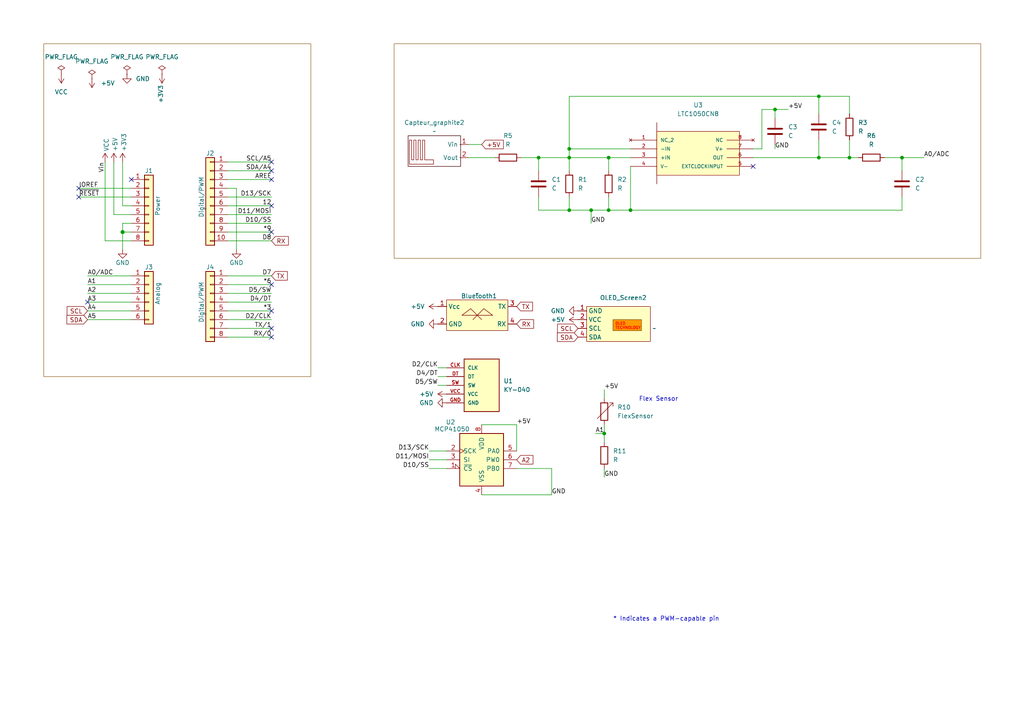
<source format=kicad_sch>
(kicad_sch
	(version 20231120)
	(generator "eeschema")
	(generator_version "8.0")
	(uuid "e63e39d7-6ac0-4ffd-8aa3-1841a4541b55")
	(paper "A4")
	(title_block
		(date "mar. 31 mars 2015")
	)
	(lib_symbols
		(symbol "+5V_1"
			(power)
			(pin_numbers hide)
			(pin_names
				(offset 0) hide)
			(exclude_from_sim no)
			(in_bom yes)
			(on_board yes)
			(property "Reference" "#PWR"
				(at 0 -3.81 0)
				(effects
					(font
						(size 1.27 1.27)
					)
					(hide yes)
				)
			)
			(property "Value" "+5V"
				(at 0 3.556 0)
				(effects
					(font
						(size 1.27 1.27)
					)
				)
			)
			(property "Footprint" ""
				(at 0 0 0)
				(effects
					(font
						(size 1.27 1.27)
					)
					(hide yes)
				)
			)
			(property "Datasheet" ""
				(at 0 0 0)
				(effects
					(font
						(size 1.27 1.27)
					)
					(hide yes)
				)
			)
			(property "Description" "Power symbol creates a global label with name \"+5V\""
				(at 0 0 0)
				(effects
					(font
						(size 1.27 1.27)
					)
					(hide yes)
				)
			)
			(property "ki_keywords" "global power"
				(at 0 0 0)
				(effects
					(font
						(size 1.27 1.27)
					)
					(hide yes)
				)
			)
			(symbol "+5V_1_0_1"
				(polyline
					(pts
						(xy -0.762 1.27) (xy 0 2.54)
					)
					(stroke
						(width 0)
						(type default)
					)
					(fill
						(type none)
					)
				)
				(polyline
					(pts
						(xy 0 0) (xy 0 2.54)
					)
					(stroke
						(width 0)
						(type default)
					)
					(fill
						(type none)
					)
				)
				(polyline
					(pts
						(xy 0 2.54) (xy 0.762 1.27)
					)
					(stroke
						(width 0)
						(type default)
					)
					(fill
						(type none)
					)
				)
			)
			(symbol "+5V_1_1_1"
				(pin power_in line
					(at 0 0 90)
					(length 0)
					(name "~"
						(effects
							(font
								(size 1.27 1.27)
							)
						)
					)
					(number "1"
						(effects
							(font
								(size 1.27 1.27)
							)
						)
					)
				)
			)
		)
		(symbol "4GP_Symbol:Bluetooth"
			(exclude_from_sim no)
			(in_bom yes)
			(on_board yes)
			(property "Reference" "Bluetooth1"
				(at 0.508 5.588 0)
				(effects
					(font
						(size 1.27 1.27)
					)
				)
			)
			(property "Value" "~"
				(at 0 6.35 0)
				(effects
					(font
						(size 1.27 1.27)
					)
				)
			)
			(property "Footprint" "Connector_PinSocket_2.54mm:PinSocket_1x04_P2.54mm_Vertical"
				(at 0 0 0)
				(effects
					(font
						(size 1.27 1.27)
					)
					(hide yes)
				)
			)
			(property "Datasheet" ""
				(at 0 0 0)
				(effects
					(font
						(size 1.27 1.27)
					)
					(hide yes)
				)
			)
			(property "Description" ""
				(at 0 0 0)
				(effects
					(font
						(size 1.27 1.27)
					)
					(hide yes)
				)
			)
			(symbol "Bluetooth_0_1"
				(polyline
					(pts
						(xy -4.445 0) (xy 4.445 0)
					)
					(stroke
						(width 0)
						(type default)
					)
					(fill
						(type none)
					)
				)
				(polyline
					(pts
						(xy -1.905 1.905) (xy -4.445 0)
					)
					(stroke
						(width 0)
						(type default)
					)
					(fill
						(type none)
					)
				)
				(polyline
					(pts
						(xy -1.905 1.905) (xy 1.27 -1.27)
					)
					(stroke
						(width 0)
						(type default)
					)
					(fill
						(type none)
					)
				)
				(polyline
					(pts
						(xy 1.905 1.905) (xy -1.27 -1.27)
					)
					(stroke
						(width 0)
						(type default)
					)
					(fill
						(type none)
					)
				)
				(polyline
					(pts
						(xy 1.905 1.905) (xy 4.445 0)
					)
					(stroke
						(width 0)
						(type default)
					)
					(fill
						(type none)
					)
				)
			)
			(symbol "Bluetooth_1_1"
				(rectangle
					(start -8.89 4.445)
					(end 8.89 -4.445)
					(stroke
						(width 0)
						(type default)
					)
					(fill
						(type background)
					)
				)
				(pin input line
					(at -11.43 2.54 0)
					(length 2.54)
					(name "Vcc"
						(effects
							(font
								(size 1.27 1.27)
							)
						)
					)
					(number "1"
						(effects
							(font
								(size 1.27 1.27)
							)
						)
					)
				)
				(pin input line
					(at -11.43 -2.54 0)
					(length 2.54)
					(name "GND"
						(effects
							(font
								(size 1.27 1.27)
							)
						)
					)
					(number "2"
						(effects
							(font
								(size 1.27 1.27)
							)
						)
					)
				)
				(pin bidirectional line
					(at 11.43 2.54 180)
					(length 2.54)
					(name "TX"
						(effects
							(font
								(size 1.27 1.27)
							)
						)
					)
					(number "3"
						(effects
							(font
								(size 1.27 1.27)
							)
						)
					)
				)
				(pin bidirectional line
					(at 11.43 -2.54 180)
					(length 2.54)
					(name "RX"
						(effects
							(font
								(size 1.27 1.27)
							)
						)
					)
					(number "4"
						(effects
							(font
								(size 1.27 1.27)
							)
						)
					)
				)
			)
		)
		(symbol "4GP_Symbol:KY-040"
			(pin_names
				(offset 1.016)
			)
			(exclude_from_sim no)
			(in_bom yes)
			(on_board yes)
			(property "Reference" "U"
				(at -5.08 10.16 0)
				(effects
					(font
						(size 1.27 1.27)
					)
					(justify left bottom)
				)
			)
			(property "Value" "KY-040"
				(at -5.08 -12.7 0)
				(effects
					(font
						(size 1.27 1.27)
					)
					(justify left bottom)
				)
			)
			(property "Footprint" ""
				(at 0 0 0)
				(effects
					(font
						(size 1.27 1.27)
					)
					(justify left bottom)
					(hide yes)
				)
			)
			(property "Datasheet" ""
				(at 0 0 0)
				(effects
					(font
						(size 1.27 1.27)
					)
					(justify left bottom)
					(hide yes)
				)
			)
			(property "Description" ""
				(at 0 0 0)
				(effects
					(font
						(size 1.27 1.27)
					)
					(justify left bottom)
					(hide yes)
				)
			)
			(property "Package" ""
				(at 0 0 0)
				(effects
					(font
						(size 1.27 1.27)
					)
					(justify left bottom)
					(hide yes)
				)
			)
			(property "Price" ""
				(at 0 0 0)
				(effects
					(font
						(size 1.27 1.27)
					)
					(justify left bottom)
					(hide yes)
				)
			)
			(property "SnapEDA_Link" ""
				(at 0 0 0)
				(effects
					(font
						(size 1.27 1.27)
					)
					(justify left bottom)
					(hide yes)
				)
			)
			(property "MP" ""
				(at 0 0 0)
				(effects
					(font
						(size 1.27 1.27)
					)
					(justify left bottom)
					(hide yes)
				)
			)
			(property "Availability" ""
				(at 0 0 0)
				(effects
					(font
						(size 1.27 1.27)
					)
					(justify left bottom)
					(hide yes)
				)
			)
			(property "Check_prices" ""
				(at 0 0 0)
				(effects
					(font
						(size 1.27 1.27)
					)
					(justify left bottom)
					(hide yes)
				)
			)
			(property "ki_locked" ""
				(at 0 0 0)
				(effects
					(font
						(size 1.27 1.27)
					)
				)
			)
			(symbol "KY-040_0_0"
				(rectangle
					(start -5.08 -7.62)
					(end 5.08 7.62)
					(stroke
						(width 0.254)
						(type solid)
					)
					(fill
						(type background)
					)
				)
				(pin output line
					(at -10.16 5.08 0)
					(length 5.08)
					(name "CLK"
						(effects
							(font
								(size 1.016 1.016)
							)
						)
					)
					(number "CLK"
						(effects
							(font
								(size 1.016 1.016)
							)
						)
					)
				)
				(pin output line
					(at -10.16 2.54 0)
					(length 5.08)
					(name "DT"
						(effects
							(font
								(size 1.016 1.016)
							)
						)
					)
					(number "DT"
						(effects
							(font
								(size 1.016 1.016)
							)
						)
					)
				)
				(pin power_in line
					(at -10.16 -5.08 0)
					(length 5.08)
					(name "GND"
						(effects
							(font
								(size 1.016 1.016)
							)
						)
					)
					(number "GND"
						(effects
							(font
								(size 1.016 1.016)
							)
						)
					)
				)
				(pin output line
					(at -10.16 0 0)
					(length 5.08)
					(name "SW"
						(effects
							(font
								(size 1.016 1.016)
							)
						)
					)
					(number "SW"
						(effects
							(font
								(size 1.016 1.016)
							)
						)
					)
				)
				(pin power_in line
					(at -10.16 -2.54 0)
					(length 5.08)
					(name "VCC"
						(effects
							(font
								(size 1.016 1.016)
							)
						)
					)
					(number "VCC"
						(effects
							(font
								(size 1.016 1.016)
							)
						)
					)
				)
			)
		)
		(symbol "CapFlex_1"
			(exclude_from_sim no)
			(in_bom yes)
			(on_board yes)
			(property "Reference" "Capteur_graphite2"
				(at 7.874 10.16 0)
				(effects
					(font
						(size 1.27 1.27)
					)
				)
			)
			(property "Value" "~"
				(at 7.874 7.62 0)
				(effects
					(font
						(size 1.27 1.27)
					)
				)
			)
			(property "Footprint" "Connector_PinSocket_2.54mm:PinSocket_1x02_P2.54mm_Vertical"
				(at 12.954 2.54 0)
				(effects
					(font
						(size 1.27 1.27)
					)
					(hide yes)
				)
			)
			(property "Datasheet" ""
				(at 12.954 2.54 0)
				(effects
					(font
						(size 1.27 1.27)
					)
					(hide yes)
				)
			)
			(property "Description" ""
				(at 12.954 2.54 0)
				(effects
					(font
						(size 1.27 1.27)
					)
					(hide yes)
				)
			)
			(symbol "CapFlex_1_0_1"
				(polyline
					(pts
						(xy 1.27 5.08) (xy 0.635 5.08) (xy 0.635 -1.905) (xy 7.62 -1.905) (xy 7.62 -0.635) (xy 5.715 -0.635)
					)
					(stroke
						(width 0)
						(type default)
					)
					(fill
						(type none)
					)
				)
				(polyline
					(pts
						(xy 1.27 5.08) (xy 1.27 -0.635) (xy 1.905 -0.635) (xy 1.905 5.08) (xy 2.54 5.08) (xy 2.54 -0.635)
						(xy 3.175 -0.635) (xy 3.175 5.08) (xy 3.81 5.08) (xy 3.81 -0.635) (xy 4.445 -0.635) (xy 4.445 5.08)
						(xy 5.08 5.08) (xy 5.08 -0.635) (xy 5.715 -0.635) (xy 5.08 -0.635)
					)
					(stroke
						(width 0)
						(type default)
					)
					(fill
						(type none)
					)
				)
				(rectangle
					(start 2.794 -1.27)
					(end 2.794 -1.27)
					(stroke
						(width 0)
						(type default)
					)
					(fill
						(type none)
					)
				)
			)
			(symbol "CapFlex_1_1_1"
				(rectangle
					(start 0.254 6.35)
					(end 15.494 -2.54)
					(stroke
						(width 0)
						(type default)
						(color 72 0 0 1)
					)
					(fill
						(type none)
					)
				)
				(pin passive line
					(at 17.78 3.81 180)
					(length 2.54)
					(name "Vin"
						(effects
							(font
								(size 1.27 1.27)
							)
						)
					)
					(number "1"
						(effects
							(font
								(size 1.27 1.27)
							)
						)
					)
				)
				(pin passive line
					(at 17.78 0 180)
					(length 2.54)
					(name "Vout"
						(effects
							(font
								(size 1.27 1.27)
							)
						)
					)
					(number "2"
						(effects
							(font
								(size 1.27 1.27)
							)
						)
					)
				)
			)
		)
		(symbol "Connector_Generic:Conn_01x06"
			(pin_names
				(offset 1.016) hide)
			(exclude_from_sim no)
			(in_bom yes)
			(on_board yes)
			(property "Reference" "J"
				(at 0 7.62 0)
				(effects
					(font
						(size 1.27 1.27)
					)
				)
			)
			(property "Value" "Conn_01x06"
				(at 0 -10.16 0)
				(effects
					(font
						(size 1.27 1.27)
					)
				)
			)
			(property "Footprint" ""
				(at 0 0 0)
				(effects
					(font
						(size 1.27 1.27)
					)
					(hide yes)
				)
			)
			(property "Datasheet" "~"
				(at 0 0 0)
				(effects
					(font
						(size 1.27 1.27)
					)
					(hide yes)
				)
			)
			(property "Description" "Generic connector, single row, 01x06, script generated (kicad-library-utils/schlib/autogen/connector/)"
				(at 0 0 0)
				(effects
					(font
						(size 1.27 1.27)
					)
					(hide yes)
				)
			)
			(property "ki_keywords" "connector"
				(at 0 0 0)
				(effects
					(font
						(size 1.27 1.27)
					)
					(hide yes)
				)
			)
			(property "ki_fp_filters" "Connector*:*_1x??_*"
				(at 0 0 0)
				(effects
					(font
						(size 1.27 1.27)
					)
					(hide yes)
				)
			)
			(symbol "Conn_01x06_1_1"
				(rectangle
					(start -1.27 -7.493)
					(end 0 -7.747)
					(stroke
						(width 0.1524)
						(type default)
					)
					(fill
						(type none)
					)
				)
				(rectangle
					(start -1.27 -4.953)
					(end 0 -5.207)
					(stroke
						(width 0.1524)
						(type default)
					)
					(fill
						(type none)
					)
				)
				(rectangle
					(start -1.27 -2.413)
					(end 0 -2.667)
					(stroke
						(width 0.1524)
						(type default)
					)
					(fill
						(type none)
					)
				)
				(rectangle
					(start -1.27 0.127)
					(end 0 -0.127)
					(stroke
						(width 0.1524)
						(type default)
					)
					(fill
						(type none)
					)
				)
				(rectangle
					(start -1.27 2.667)
					(end 0 2.413)
					(stroke
						(width 0.1524)
						(type default)
					)
					(fill
						(type none)
					)
				)
				(rectangle
					(start -1.27 5.207)
					(end 0 4.953)
					(stroke
						(width 0.1524)
						(type default)
					)
					(fill
						(type none)
					)
				)
				(rectangle
					(start -1.27 6.35)
					(end 1.27 -8.89)
					(stroke
						(width 0.254)
						(type default)
					)
					(fill
						(type background)
					)
				)
				(pin passive line
					(at -5.08 5.08 0)
					(length 3.81)
					(name "Pin_1"
						(effects
							(font
								(size 1.27 1.27)
							)
						)
					)
					(number "1"
						(effects
							(font
								(size 1.27 1.27)
							)
						)
					)
				)
				(pin passive line
					(at -5.08 2.54 0)
					(length 3.81)
					(name "Pin_2"
						(effects
							(font
								(size 1.27 1.27)
							)
						)
					)
					(number "2"
						(effects
							(font
								(size 1.27 1.27)
							)
						)
					)
				)
				(pin passive line
					(at -5.08 0 0)
					(length 3.81)
					(name "Pin_3"
						(effects
							(font
								(size 1.27 1.27)
							)
						)
					)
					(number "3"
						(effects
							(font
								(size 1.27 1.27)
							)
						)
					)
				)
				(pin passive line
					(at -5.08 -2.54 0)
					(length 3.81)
					(name "Pin_4"
						(effects
							(font
								(size 1.27 1.27)
							)
						)
					)
					(number "4"
						(effects
							(font
								(size 1.27 1.27)
							)
						)
					)
				)
				(pin passive line
					(at -5.08 -5.08 0)
					(length 3.81)
					(name "Pin_5"
						(effects
							(font
								(size 1.27 1.27)
							)
						)
					)
					(number "5"
						(effects
							(font
								(size 1.27 1.27)
							)
						)
					)
				)
				(pin passive line
					(at -5.08 -7.62 0)
					(length 3.81)
					(name "Pin_6"
						(effects
							(font
								(size 1.27 1.27)
							)
						)
					)
					(number "6"
						(effects
							(font
								(size 1.27 1.27)
							)
						)
					)
				)
			)
		)
		(symbol "Connector_Generic:Conn_01x08"
			(pin_names
				(offset 1.016) hide)
			(exclude_from_sim no)
			(in_bom yes)
			(on_board yes)
			(property "Reference" "J"
				(at 0 10.16 0)
				(effects
					(font
						(size 1.27 1.27)
					)
				)
			)
			(property "Value" "Conn_01x08"
				(at 0 -12.7 0)
				(effects
					(font
						(size 1.27 1.27)
					)
				)
			)
			(property "Footprint" ""
				(at 0 0 0)
				(effects
					(font
						(size 1.27 1.27)
					)
					(hide yes)
				)
			)
			(property "Datasheet" "~"
				(at 0 0 0)
				(effects
					(font
						(size 1.27 1.27)
					)
					(hide yes)
				)
			)
			(property "Description" "Generic connector, single row, 01x08, script generated (kicad-library-utils/schlib/autogen/connector/)"
				(at 0 0 0)
				(effects
					(font
						(size 1.27 1.27)
					)
					(hide yes)
				)
			)
			(property "ki_keywords" "connector"
				(at 0 0 0)
				(effects
					(font
						(size 1.27 1.27)
					)
					(hide yes)
				)
			)
			(property "ki_fp_filters" "Connector*:*_1x??_*"
				(at 0 0 0)
				(effects
					(font
						(size 1.27 1.27)
					)
					(hide yes)
				)
			)
			(symbol "Conn_01x08_1_1"
				(rectangle
					(start -1.27 -10.033)
					(end 0 -10.287)
					(stroke
						(width 0.1524)
						(type default)
					)
					(fill
						(type none)
					)
				)
				(rectangle
					(start -1.27 -7.493)
					(end 0 -7.747)
					(stroke
						(width 0.1524)
						(type default)
					)
					(fill
						(type none)
					)
				)
				(rectangle
					(start -1.27 -4.953)
					(end 0 -5.207)
					(stroke
						(width 0.1524)
						(type default)
					)
					(fill
						(type none)
					)
				)
				(rectangle
					(start -1.27 -2.413)
					(end 0 -2.667)
					(stroke
						(width 0.1524)
						(type default)
					)
					(fill
						(type none)
					)
				)
				(rectangle
					(start -1.27 0.127)
					(end 0 -0.127)
					(stroke
						(width 0.1524)
						(type default)
					)
					(fill
						(type none)
					)
				)
				(rectangle
					(start -1.27 2.667)
					(end 0 2.413)
					(stroke
						(width 0.1524)
						(type default)
					)
					(fill
						(type none)
					)
				)
				(rectangle
					(start -1.27 5.207)
					(end 0 4.953)
					(stroke
						(width 0.1524)
						(type default)
					)
					(fill
						(type none)
					)
				)
				(rectangle
					(start -1.27 7.747)
					(end 0 7.493)
					(stroke
						(width 0.1524)
						(type default)
					)
					(fill
						(type none)
					)
				)
				(rectangle
					(start -1.27 8.89)
					(end 1.27 -11.43)
					(stroke
						(width 0.254)
						(type default)
					)
					(fill
						(type background)
					)
				)
				(pin passive line
					(at -5.08 7.62 0)
					(length 3.81)
					(name "Pin_1"
						(effects
							(font
								(size 1.27 1.27)
							)
						)
					)
					(number "1"
						(effects
							(font
								(size 1.27 1.27)
							)
						)
					)
				)
				(pin passive line
					(at -5.08 5.08 0)
					(length 3.81)
					(name "Pin_2"
						(effects
							(font
								(size 1.27 1.27)
							)
						)
					)
					(number "2"
						(effects
							(font
								(size 1.27 1.27)
							)
						)
					)
				)
				(pin passive line
					(at -5.08 2.54 0)
					(length 3.81)
					(name "Pin_3"
						(effects
							(font
								(size 1.27 1.27)
							)
						)
					)
					(number "3"
						(effects
							(font
								(size 1.27 1.27)
							)
						)
					)
				)
				(pin passive line
					(at -5.08 0 0)
					(length 3.81)
					(name "Pin_4"
						(effects
							(font
								(size 1.27 1.27)
							)
						)
					)
					(number "4"
						(effects
							(font
								(size 1.27 1.27)
							)
						)
					)
				)
				(pin passive line
					(at -5.08 -2.54 0)
					(length 3.81)
					(name "Pin_5"
						(effects
							(font
								(size 1.27 1.27)
							)
						)
					)
					(number "5"
						(effects
							(font
								(size 1.27 1.27)
							)
						)
					)
				)
				(pin passive line
					(at -5.08 -5.08 0)
					(length 3.81)
					(name "Pin_6"
						(effects
							(font
								(size 1.27 1.27)
							)
						)
					)
					(number "6"
						(effects
							(font
								(size 1.27 1.27)
							)
						)
					)
				)
				(pin passive line
					(at -5.08 -7.62 0)
					(length 3.81)
					(name "Pin_7"
						(effects
							(font
								(size 1.27 1.27)
							)
						)
					)
					(number "7"
						(effects
							(font
								(size 1.27 1.27)
							)
						)
					)
				)
				(pin passive line
					(at -5.08 -10.16 0)
					(length 3.81)
					(name "Pin_8"
						(effects
							(font
								(size 1.27 1.27)
							)
						)
					)
					(number "8"
						(effects
							(font
								(size 1.27 1.27)
							)
						)
					)
				)
			)
		)
		(symbol "Connector_Generic:Conn_01x10"
			(pin_names
				(offset 1.016) hide)
			(exclude_from_sim no)
			(in_bom yes)
			(on_board yes)
			(property "Reference" "J"
				(at 0 12.7 0)
				(effects
					(font
						(size 1.27 1.27)
					)
				)
			)
			(property "Value" "Conn_01x10"
				(at 0 -15.24 0)
				(effects
					(font
						(size 1.27 1.27)
					)
				)
			)
			(property "Footprint" ""
				(at 0 0 0)
				(effects
					(font
						(size 1.27 1.27)
					)
					(hide yes)
				)
			)
			(property "Datasheet" "~"
				(at 0 0 0)
				(effects
					(font
						(size 1.27 1.27)
					)
					(hide yes)
				)
			)
			(property "Description" "Generic connector, single row, 01x10, script generated (kicad-library-utils/schlib/autogen/connector/)"
				(at 0 0 0)
				(effects
					(font
						(size 1.27 1.27)
					)
					(hide yes)
				)
			)
			(property "ki_keywords" "connector"
				(at 0 0 0)
				(effects
					(font
						(size 1.27 1.27)
					)
					(hide yes)
				)
			)
			(property "ki_fp_filters" "Connector*:*_1x??_*"
				(at 0 0 0)
				(effects
					(font
						(size 1.27 1.27)
					)
					(hide yes)
				)
			)
			(symbol "Conn_01x10_1_1"
				(rectangle
					(start -1.27 -12.573)
					(end 0 -12.827)
					(stroke
						(width 0.1524)
						(type default)
					)
					(fill
						(type none)
					)
				)
				(rectangle
					(start -1.27 -10.033)
					(end 0 -10.287)
					(stroke
						(width 0.1524)
						(type default)
					)
					(fill
						(type none)
					)
				)
				(rectangle
					(start -1.27 -7.493)
					(end 0 -7.747)
					(stroke
						(width 0.1524)
						(type default)
					)
					(fill
						(type none)
					)
				)
				(rectangle
					(start -1.27 -4.953)
					(end 0 -5.207)
					(stroke
						(width 0.1524)
						(type default)
					)
					(fill
						(type none)
					)
				)
				(rectangle
					(start -1.27 -2.413)
					(end 0 -2.667)
					(stroke
						(width 0.1524)
						(type default)
					)
					(fill
						(type none)
					)
				)
				(rectangle
					(start -1.27 0.127)
					(end 0 -0.127)
					(stroke
						(width 0.1524)
						(type default)
					)
					(fill
						(type none)
					)
				)
				(rectangle
					(start -1.27 2.667)
					(end 0 2.413)
					(stroke
						(width 0.1524)
						(type default)
					)
					(fill
						(type none)
					)
				)
				(rectangle
					(start -1.27 5.207)
					(end 0 4.953)
					(stroke
						(width 0.1524)
						(type default)
					)
					(fill
						(type none)
					)
				)
				(rectangle
					(start -1.27 7.747)
					(end 0 7.493)
					(stroke
						(width 0.1524)
						(type default)
					)
					(fill
						(type none)
					)
				)
				(rectangle
					(start -1.27 10.287)
					(end 0 10.033)
					(stroke
						(width 0.1524)
						(type default)
					)
					(fill
						(type none)
					)
				)
				(rectangle
					(start -1.27 11.43)
					(end 1.27 -13.97)
					(stroke
						(width 0.254)
						(type default)
					)
					(fill
						(type background)
					)
				)
				(pin passive line
					(at -5.08 10.16 0)
					(length 3.81)
					(name "Pin_1"
						(effects
							(font
								(size 1.27 1.27)
							)
						)
					)
					(number "1"
						(effects
							(font
								(size 1.27 1.27)
							)
						)
					)
				)
				(pin passive line
					(at -5.08 -12.7 0)
					(length 3.81)
					(name "Pin_10"
						(effects
							(font
								(size 1.27 1.27)
							)
						)
					)
					(number "10"
						(effects
							(font
								(size 1.27 1.27)
							)
						)
					)
				)
				(pin passive line
					(at -5.08 7.62 0)
					(length 3.81)
					(name "Pin_2"
						(effects
							(font
								(size 1.27 1.27)
							)
						)
					)
					(number "2"
						(effects
							(font
								(size 1.27 1.27)
							)
						)
					)
				)
				(pin passive line
					(at -5.08 5.08 0)
					(length 3.81)
					(name "Pin_3"
						(effects
							(font
								(size 1.27 1.27)
							)
						)
					)
					(number "3"
						(effects
							(font
								(size 1.27 1.27)
							)
						)
					)
				)
				(pin passive line
					(at -5.08 2.54 0)
					(length 3.81)
					(name "Pin_4"
						(effects
							(font
								(size 1.27 1.27)
							)
						)
					)
					(number "4"
						(effects
							(font
								(size 1.27 1.27)
							)
						)
					)
				)
				(pin passive line
					(at -5.08 0 0)
					(length 3.81)
					(name "Pin_5"
						(effects
							(font
								(size 1.27 1.27)
							)
						)
					)
					(number "5"
						(effects
							(font
								(size 1.27 1.27)
							)
						)
					)
				)
				(pin passive line
					(at -5.08 -2.54 0)
					(length 3.81)
					(name "Pin_6"
						(effects
							(font
								(size 1.27 1.27)
							)
						)
					)
					(number "6"
						(effects
							(font
								(size 1.27 1.27)
							)
						)
					)
				)
				(pin passive line
					(at -5.08 -5.08 0)
					(length 3.81)
					(name "Pin_7"
						(effects
							(font
								(size 1.27 1.27)
							)
						)
					)
					(number "7"
						(effects
							(font
								(size 1.27 1.27)
							)
						)
					)
				)
				(pin passive line
					(at -5.08 -7.62 0)
					(length 3.81)
					(name "Pin_8"
						(effects
							(font
								(size 1.27 1.27)
							)
						)
					)
					(number "8"
						(effects
							(font
								(size 1.27 1.27)
							)
						)
					)
				)
				(pin passive line
					(at -5.08 -10.16 0)
					(length 3.81)
					(name "Pin_9"
						(effects
							(font
								(size 1.27 1.27)
							)
						)
					)
					(number "9"
						(effects
							(font
								(size 1.27 1.27)
							)
						)
					)
				)
			)
		)
		(symbol "Device:C"
			(pin_numbers hide)
			(pin_names
				(offset 0.254)
			)
			(exclude_from_sim no)
			(in_bom yes)
			(on_board yes)
			(property "Reference" "C"
				(at 0.635 2.54 0)
				(effects
					(font
						(size 1.27 1.27)
					)
					(justify left)
				)
			)
			(property "Value" "C"
				(at 0.635 -2.54 0)
				(effects
					(font
						(size 1.27 1.27)
					)
					(justify left)
				)
			)
			(property "Footprint" ""
				(at 0.9652 -3.81 0)
				(effects
					(font
						(size 1.27 1.27)
					)
					(hide yes)
				)
			)
			(property "Datasheet" "~"
				(at 0 0 0)
				(effects
					(font
						(size 1.27 1.27)
					)
					(hide yes)
				)
			)
			(property "Description" "Unpolarized capacitor"
				(at 0 0 0)
				(effects
					(font
						(size 1.27 1.27)
					)
					(hide yes)
				)
			)
			(property "ki_keywords" "cap capacitor"
				(at 0 0 0)
				(effects
					(font
						(size 1.27 1.27)
					)
					(hide yes)
				)
			)
			(property "ki_fp_filters" "C_*"
				(at 0 0 0)
				(effects
					(font
						(size 1.27 1.27)
					)
					(hide yes)
				)
			)
			(symbol "C_0_1"
				(polyline
					(pts
						(xy -2.032 -0.762) (xy 2.032 -0.762)
					)
					(stroke
						(width 0.508)
						(type default)
					)
					(fill
						(type none)
					)
				)
				(polyline
					(pts
						(xy -2.032 0.762) (xy 2.032 0.762)
					)
					(stroke
						(width 0.508)
						(type default)
					)
					(fill
						(type none)
					)
				)
			)
			(symbol "C_1_1"
				(pin passive line
					(at 0 3.81 270)
					(length 2.794)
					(name "~"
						(effects
							(font
								(size 1.27 1.27)
							)
						)
					)
					(number "1"
						(effects
							(font
								(size 1.27 1.27)
							)
						)
					)
				)
				(pin passive line
					(at 0 -3.81 90)
					(length 2.794)
					(name "~"
						(effects
							(font
								(size 1.27 1.27)
							)
						)
					)
					(number "2"
						(effects
							(font
								(size 1.27 1.27)
							)
						)
					)
				)
			)
		)
		(symbol "Device:R"
			(pin_numbers hide)
			(pin_names
				(offset 0)
			)
			(exclude_from_sim no)
			(in_bom yes)
			(on_board yes)
			(property "Reference" "R"
				(at 2.032 0 90)
				(effects
					(font
						(size 1.27 1.27)
					)
				)
			)
			(property "Value" "R"
				(at 0 0 90)
				(effects
					(font
						(size 1.27 1.27)
					)
				)
			)
			(property "Footprint" ""
				(at -1.778 0 90)
				(effects
					(font
						(size 1.27 1.27)
					)
					(hide yes)
				)
			)
			(property "Datasheet" "~"
				(at 0 0 0)
				(effects
					(font
						(size 1.27 1.27)
					)
					(hide yes)
				)
			)
			(property "Description" "Resistor"
				(at 0 0 0)
				(effects
					(font
						(size 1.27 1.27)
					)
					(hide yes)
				)
			)
			(property "ki_keywords" "R res resistor"
				(at 0 0 0)
				(effects
					(font
						(size 1.27 1.27)
					)
					(hide yes)
				)
			)
			(property "ki_fp_filters" "R_*"
				(at 0 0 0)
				(effects
					(font
						(size 1.27 1.27)
					)
					(hide yes)
				)
			)
			(symbol "R_0_1"
				(rectangle
					(start -1.016 -2.54)
					(end 1.016 2.54)
					(stroke
						(width 0.254)
						(type default)
					)
					(fill
						(type none)
					)
				)
			)
			(symbol "R_1_1"
				(pin passive line
					(at 0 3.81 270)
					(length 1.27)
					(name "~"
						(effects
							(font
								(size 1.27 1.27)
							)
						)
					)
					(number "1"
						(effects
							(font
								(size 1.27 1.27)
							)
						)
					)
				)
				(pin passive line
					(at 0 -3.81 90)
					(length 1.27)
					(name "~"
						(effects
							(font
								(size 1.27 1.27)
							)
						)
					)
					(number "2"
						(effects
							(font
								(size 1.27 1.27)
							)
						)
					)
				)
			)
		)
		(symbol "Device:R_Variable"
			(pin_numbers hide)
			(pin_names
				(offset 0)
			)
			(exclude_from_sim no)
			(in_bom yes)
			(on_board yes)
			(property "Reference" "R"
				(at 2.54 -2.54 90)
				(effects
					(font
						(size 1.27 1.27)
					)
					(justify left)
				)
			)
			(property "Value" "R_Variable"
				(at -2.54 -1.27 90)
				(effects
					(font
						(size 1.27 1.27)
					)
					(justify left)
				)
			)
			(property "Footprint" ""
				(at -1.778 0 90)
				(effects
					(font
						(size 1.27 1.27)
					)
					(hide yes)
				)
			)
			(property "Datasheet" "~"
				(at 0 0 0)
				(effects
					(font
						(size 1.27 1.27)
					)
					(hide yes)
				)
			)
			(property "Description" "Variable resistor"
				(at 0 0 0)
				(effects
					(font
						(size 1.27 1.27)
					)
					(hide yes)
				)
			)
			(property "ki_keywords" "R res resistor variable potentiometer rheostat"
				(at 0 0 0)
				(effects
					(font
						(size 1.27 1.27)
					)
					(hide yes)
				)
			)
			(property "ki_fp_filters" "R_*"
				(at 0 0 0)
				(effects
					(font
						(size 1.27 1.27)
					)
					(hide yes)
				)
			)
			(symbol "R_Variable_0_1"
				(rectangle
					(start -1.016 -2.54)
					(end 1.016 2.54)
					(stroke
						(width 0.254)
						(type default)
					)
					(fill
						(type none)
					)
				)
				(polyline
					(pts
						(xy 2.54 1.524) (xy 2.54 2.54) (xy 1.524 2.54) (xy 2.54 2.54) (xy -2.032 -2.032)
					)
					(stroke
						(width 0)
						(type default)
					)
					(fill
						(type none)
					)
				)
			)
			(symbol "R_Variable_1_1"
				(pin passive line
					(at 0 3.81 270)
					(length 1.27)
					(name "~"
						(effects
							(font
								(size 1.27 1.27)
							)
						)
					)
					(number "1"
						(effects
							(font
								(size 1.27 1.27)
							)
						)
					)
				)
				(pin passive line
					(at 0 -3.81 90)
					(length 1.27)
					(name "~"
						(effects
							(font
								(size 1.27 1.27)
							)
						)
					)
					(number "2"
						(effects
							(font
								(size 1.27 1.27)
							)
						)
					)
				)
			)
		)
		(symbol "GND_1"
			(power)
			(pin_numbers hide)
			(pin_names
				(offset 0) hide)
			(exclude_from_sim no)
			(in_bom yes)
			(on_board yes)
			(property "Reference" "#PWR"
				(at 0 -6.35 0)
				(effects
					(font
						(size 1.27 1.27)
					)
					(hide yes)
				)
			)
			(property "Value" "GND"
				(at 0 -3.81 0)
				(effects
					(font
						(size 1.27 1.27)
					)
				)
			)
			(property "Footprint" ""
				(at 0 0 0)
				(effects
					(font
						(size 1.27 1.27)
					)
					(hide yes)
				)
			)
			(property "Datasheet" ""
				(at 0 0 0)
				(effects
					(font
						(size 1.27 1.27)
					)
					(hide yes)
				)
			)
			(property "Description" "Power symbol creates a global label with name \"GND\" , ground"
				(at 0 0 0)
				(effects
					(font
						(size 1.27 1.27)
					)
					(hide yes)
				)
			)
			(property "ki_keywords" "global power"
				(at 0 0 0)
				(effects
					(font
						(size 1.27 1.27)
					)
					(hide yes)
				)
			)
			(symbol "GND_1_0_1"
				(polyline
					(pts
						(xy 0 0) (xy 0 -1.27) (xy 1.27 -1.27) (xy 0 -2.54) (xy -1.27 -1.27) (xy 0 -1.27)
					)
					(stroke
						(width 0)
						(type default)
					)
					(fill
						(type none)
					)
				)
			)
			(symbol "GND_1_1_1"
				(pin power_in line
					(at 0 0 270)
					(length 0)
					(name "~"
						(effects
							(font
								(size 1.27 1.27)
							)
						)
					)
					(number "1"
						(effects
							(font
								(size 1.27 1.27)
							)
						)
					)
				)
			)
		)
		(symbol "LTC1050CN8_1"
			(pin_names
				(offset 1.016)
			)
			(exclude_from_sim no)
			(in_bom yes)
			(on_board yes)
			(property "Reference" "U"
				(at 25.019 0.508 0)
				(effects
					(font
						(size 1.27 1.27)
					)
					(justify left bottom)
				)
			)
			(property "Value" "LTC1050CN8"
				(at 24.384 -2.032 0)
				(effects
					(font
						(size 1.27 1.27)
					)
					(justify left bottom)
				)
			)
			(property "Footprint" ""
				(at 33.274 -27.178 0)
				(effects
					(font
						(size 1.27 1.27)
					)
					(justify left bottom)
					(hide yes)
				)
			)
			(property "Datasheet" ""
				(at 10.16 -6.35 0)
				(effects
					(font
						(size 1.27 1.27)
					)
					(justify left bottom)
					(hide yes)
				)
			)
			(property "Description" ""
				(at 1.524 -24.384 0)
				(effects
					(font
						(size 1.27 1.27)
					)
					(justify left bottom)
					(hide yes)
				)
			)
			(property "VENDOR" ""
				(at 35.052 2.54 0)
				(effects
					(font
						(size 1.27 1.27)
					)
					(justify left bottom)
					(hide yes)
				)
			)
			(property "COPYRIGHT" ""
				(at 6.858 20.828 0)
				(effects
					(font
						(size 1.27 1.27)
						(color 255 255 255 1)
					)
					(justify left bottom)
					(hide yes)
				)
			)
			(property "Package" ""
				(at 43.942 -26.162 0)
				(effects
					(font
						(size 1.27 1.27)
					)
					(justify left bottom)
					(hide yes)
				)
			)
			(property "Price" ""
				(at 5.588 -27.94 0)
				(do_not_autoplace)
				(effects
					(font
						(size 1.27 1.27)
					)
					(justify left bottom)
					(hide yes)
				)
			)
			(property "Check_prices" ""
				(at 3.048 14.478 0)
				(effects
					(font
						(size 1.27 1.27)
					)
					(justify left bottom)
					(hide yes)
				)
			)
			(property "SnapEDA_Link" ""
				(at 4.318 17.526 0)
				(effects
					(font
						(size 1.27 1.27)
					)
					(justify left bottom)
					(hide yes)
				)
			)
			(property "MP" ""
				(at 10.668 -19.304 0)
				(effects
					(font
						(size 1.27 1.27)
					)
					(justify left bottom)
					(hide yes)
				)
			)
			(property "Purchase-URL" ""
				(at 0 10.668 0)
				(effects
					(font
						(size 1.27 1.27)
						(color 132 132 132 1)
					)
					(justify left bottom)
					(hide yes)
				)
			)
			(property "Availability" ""
				(at 11.684 -29.972 0)
				(effects
					(font
						(size 1.27 1.27)
					)
					(justify left bottom)
					(hide yes)
				)
			)
			(property "MANUFACTURER_PART_NUMBER" ""
				(at 20.574 -27.178 0)
				(effects
					(font
						(size 1.27 1.27)
					)
					(justify left bottom)
					(hide yes)
				)
			)
			(property "ki_locked" ""
				(at 0 0 0)
				(effects
					(font
						(size 1.27 1.27)
					)
				)
			)
			(symbol "LTC1050CN8_1_0_0"
				(polyline
					(pts
						(xy 17.78 -1.27) (xy 17.78 -19.05)
					)
					(stroke
						(width 0.1524)
						(type solid)
					)
					(fill
						(type none)
					)
				)
				(rectangle
					(start 17.78 -3.81)
					(end 41.7576 -16.51)
					(stroke
						(width 0.1524)
						(type solid)
					)
					(fill
						(type background)
					)
				)
				(pin no_connect line
					(at 10.16 -6.35 0)
					(length 7.62)
					(name "NC_2"
						(effects
							(font
								(size 1.016 1.016)
							)
						)
					)
					(number "1"
						(effects
							(font
								(size 1.016 1.016)
							)
						)
					)
				)
				(pin input line
					(at 10.16 -8.89 0)
					(length 7.62)
					(name "-IN"
						(effects
							(font
								(size 1.016 1.016)
							)
						)
					)
					(number "2"
						(effects
							(font
								(size 1.016 1.016)
							)
						)
					)
				)
				(pin input line
					(at 10.16 -11.43 0)
					(length 7.62)
					(name "+IN"
						(effects
							(font
								(size 1.016 1.016)
							)
						)
					)
					(number "3"
						(effects
							(font
								(size 1.016 1.016)
							)
						)
					)
				)
				(pin power_in line
					(at 10.16 -13.97 0)
					(length 7.62)
					(name "V-"
						(effects
							(font
								(size 1.016 1.016)
							)
						)
					)
					(number "4"
						(effects
							(font
								(size 1.016 1.016)
							)
						)
					)
				)
				(pin input line
					(at 45.72 -13.97 180)
					(length 7.62)
					(name "EXTCLOCKINPUT"
						(effects
							(font
								(size 1.016 1.016)
							)
						)
					)
					(number "5"
						(effects
							(font
								(size 1.016 1.016)
							)
						)
					)
				)
				(pin output line
					(at 45.72 -11.43 180)
					(length 7.62)
					(name "OUT"
						(effects
							(font
								(size 1.016 1.016)
							)
						)
					)
					(number "6"
						(effects
							(font
								(size 1.016 1.016)
							)
						)
					)
				)
				(pin power_in line
					(at 45.72 -8.89 180)
					(length 7.62)
					(name "V+"
						(effects
							(font
								(size 1.016 1.016)
							)
						)
					)
					(number "7"
						(effects
							(font
								(size 1.016 1.016)
							)
						)
					)
				)
				(pin no_connect line
					(at 45.72 -6.35 180)
					(length 7.62)
					(name "NC"
						(effects
							(font
								(size 1.016 1.016)
							)
						)
					)
					(number "8"
						(effects
							(font
								(size 1.016 1.016)
							)
						)
					)
				)
			)
		)
		(symbol "OLED_1"
			(exclude_from_sim no)
			(in_bom yes)
			(on_board yes)
			(property "Reference" "OLED_Screen2"
				(at -1.27 0 0)
				(effects
					(font
						(size 1.27 1.27)
					)
					(justify left)
				)
			)
			(property "Value" "~"
				(at 13.97 -8.89 0)
				(effects
					(font
						(size 1.27 1.27)
					)
					(justify left)
				)
			)
			(property "Footprint" "Connector_PinSocket_2.54mm:PinSocket_1x04_P2.54mm_Vertical"
				(at 0 0 0)
				(effects
					(font
						(size 1.27 1.27)
					)
					(hide yes)
				)
			)
			(property "Datasheet" ""
				(at 0 0 0)
				(effects
					(font
						(size 1.27 1.27)
					)
					(hide yes)
				)
			)
			(property "Description" ""
				(at 0 0 0)
				(effects
					(font
						(size 1.27 1.27)
					)
					(hide yes)
				)
			)
			(symbol "OLED_1_1_1"
				(rectangle
					(start -5.08 -2.54)
					(end 13.335 -12.7)
					(stroke
						(width 0)
						(type default)
					)
					(fill
						(type background)
					)
				)
				(text_box "OLED TECHNOLOGY"
					(at 2.54 -6.35 0)
					(size 8.255 -3.175)
					(stroke
						(width 0)
						(type default)
						(color 128 77 0 1)
					)
					(fill
						(type color)
						(color 255 153 0 1)
					)
					(effects
						(font
							(size 0.762 0.762)
							(color 255 0 0 1)
						)
						(justify left top)
					)
				)
				(pin power_in line
					(at -7.62 -3.81 0)
					(length 2.54)
					(name "GND"
						(effects
							(font
								(size 1.27 1.27)
							)
						)
					)
					(number "1"
						(effects
							(font
								(size 1.27 1.27)
							)
						)
					)
				)
				(pin passive line
					(at -7.62 -6.35 0)
					(length 2.54)
					(name "VCC"
						(effects
							(font
								(size 1.27 1.27)
							)
						)
					)
					(number "2"
						(effects
							(font
								(size 1.27 1.27)
							)
						)
					)
				)
				(pin passive line
					(at -7.62 -8.89 0)
					(length 2.54)
					(name "SCL"
						(effects
							(font
								(size 1.27 1.27)
							)
						)
					)
					(number "3"
						(effects
							(font
								(size 1.27 1.27)
							)
						)
					)
				)
				(pin passive line
					(at -7.62 -11.43 0)
					(length 2.54)
					(name "SDA"
						(effects
							(font
								(size 1.27 1.27)
							)
						)
					)
					(number "4"
						(effects
							(font
								(size 1.27 1.27)
							)
						)
					)
				)
			)
		)
		(symbol "Potentiometer_Digital:MCP41050"
			(pin_names
				(offset 1.016)
			)
			(exclude_from_sim no)
			(in_bom yes)
			(on_board yes)
			(property "Reference" "U"
				(at -6.35 8.89 0)
				(effects
					(font
						(size 1.27 1.27)
					)
					(justify left)
				)
			)
			(property "Value" "MCP41050"
				(at 1.27 8.89 0)
				(effects
					(font
						(size 1.27 1.27)
					)
					(justify left)
				)
			)
			(property "Footprint" ""
				(at 0 0 0)
				(effects
					(font
						(size 1.27 1.27)
					)
					(hide yes)
				)
			)
			(property "Datasheet" "http://ww1.microchip.com/downloads/en/DeviceDoc/11195c.pdf"
				(at 0 0 0)
				(effects
					(font
						(size 1.27 1.27)
					)
					(hide yes)
				)
			)
			(property "Description" "Single Digital Potentiometer, SPI interface, 256 taps, 10 kohm"
				(at 0 0 0)
				(effects
					(font
						(size 1.27 1.27)
					)
					(hide yes)
				)
			)
			(property "ki_keywords" "R POT"
				(at 0 0 0)
				(effects
					(font
						(size 1.27 1.27)
					)
					(hide yes)
				)
			)
			(property "ki_fp_filters" "DIP*W7.62mm* SOIC*P1.27mm*"
				(at 0 0 0)
				(effects
					(font
						(size 1.27 1.27)
					)
					(hide yes)
				)
			)
			(symbol "MCP41050_0_1"
				(rectangle
					(start -6.35 7.62)
					(end 6.35 -7.62)
					(stroke
						(width 0.254)
						(type default)
					)
					(fill
						(type background)
					)
				)
			)
			(symbol "MCP41050_1_1"
				(pin input input_low
					(at -10.16 -2.54 0)
					(length 3.81)
					(name "~{CS}"
						(effects
							(font
								(size 1.27 1.27)
							)
						)
					)
					(number "1"
						(effects
							(font
								(size 1.27 1.27)
							)
						)
					)
				)
				(pin passive clock
					(at -10.16 2.54 0)
					(length 3.81)
					(name "SCK"
						(effects
							(font
								(size 1.27 1.27)
							)
						)
					)
					(number "2"
						(effects
							(font
								(size 1.27 1.27)
							)
						)
					)
				)
				(pin input line
					(at -10.16 0 0)
					(length 3.81)
					(name "SI"
						(effects
							(font
								(size 1.27 1.27)
							)
						)
					)
					(number "3"
						(effects
							(font
								(size 1.27 1.27)
							)
						)
					)
				)
				(pin power_in line
					(at 0 -10.16 90)
					(length 2.54)
					(name "VSS"
						(effects
							(font
								(size 1.27 1.27)
							)
						)
					)
					(number "4"
						(effects
							(font
								(size 1.27 1.27)
							)
						)
					)
				)
				(pin passive line
					(at 10.16 2.54 180)
					(length 3.81)
					(name "PA0"
						(effects
							(font
								(size 1.27 1.27)
							)
						)
					)
					(number "5"
						(effects
							(font
								(size 1.27 1.27)
							)
						)
					)
				)
				(pin passive line
					(at 10.16 0 180)
					(length 3.81)
					(name "PW0"
						(effects
							(font
								(size 1.27 1.27)
							)
						)
					)
					(number "6"
						(effects
							(font
								(size 1.27 1.27)
							)
						)
					)
				)
				(pin passive line
					(at 10.16 -2.54 180)
					(length 3.81)
					(name "PB0"
						(effects
							(font
								(size 1.27 1.27)
							)
						)
					)
					(number "7"
						(effects
							(font
								(size 1.27 1.27)
							)
						)
					)
				)
				(pin power_in line
					(at 0 10.16 270)
					(length 2.54)
					(name "VDD"
						(effects
							(font
								(size 1.27 1.27)
							)
						)
					)
					(number "8"
						(effects
							(font
								(size 1.27 1.27)
							)
						)
					)
				)
			)
		)
		(symbol "VCC_1"
			(power)
			(pin_numbers hide)
			(pin_names
				(offset 0) hide)
			(exclude_from_sim no)
			(in_bom yes)
			(on_board yes)
			(property "Reference" "#PWR"
				(at 0 -3.81 0)
				(effects
					(font
						(size 1.27 1.27)
					)
					(hide yes)
				)
			)
			(property "Value" "VCC"
				(at 0 3.556 0)
				(effects
					(font
						(size 1.27 1.27)
					)
				)
			)
			(property "Footprint" ""
				(at 0 0 0)
				(effects
					(font
						(size 1.27 1.27)
					)
					(hide yes)
				)
			)
			(property "Datasheet" ""
				(at 0 0 0)
				(effects
					(font
						(size 1.27 1.27)
					)
					(hide yes)
				)
			)
			(property "Description" "Power symbol creates a global label with name \"VCC\""
				(at 0 0 0)
				(effects
					(font
						(size 1.27 1.27)
					)
					(hide yes)
				)
			)
			(property "ki_keywords" "global power"
				(at 0 0 0)
				(effects
					(font
						(size 1.27 1.27)
					)
					(hide yes)
				)
			)
			(symbol "VCC_1_0_1"
				(polyline
					(pts
						(xy -0.762 1.27) (xy 0 2.54)
					)
					(stroke
						(width 0)
						(type default)
					)
					(fill
						(type none)
					)
				)
				(polyline
					(pts
						(xy 0 0) (xy 0 2.54)
					)
					(stroke
						(width 0)
						(type default)
					)
					(fill
						(type none)
					)
				)
				(polyline
					(pts
						(xy 0 2.54) (xy 0.762 1.27)
					)
					(stroke
						(width 0)
						(type default)
					)
					(fill
						(type none)
					)
				)
			)
			(symbol "VCC_1_1_1"
				(pin power_in line
					(at 0 0 90)
					(length 0)
					(name "~"
						(effects
							(font
								(size 1.27 1.27)
							)
						)
					)
					(number "1"
						(effects
							(font
								(size 1.27 1.27)
							)
						)
					)
				)
			)
		)
		(symbol "power:+3V3"
			(power)
			(pin_names
				(offset 0)
			)
			(exclude_from_sim no)
			(in_bom yes)
			(on_board yes)
			(property "Reference" "#PWR"
				(at 0 -3.81 0)
				(effects
					(font
						(size 1.27 1.27)
					)
					(hide yes)
				)
			)
			(property "Value" "+3V3"
				(at 0 3.556 0)
				(effects
					(font
						(size 1.27 1.27)
					)
				)
			)
			(property "Footprint" ""
				(at 0 0 0)
				(effects
					(font
						(size 1.27 1.27)
					)
					(hide yes)
				)
			)
			(property "Datasheet" ""
				(at 0 0 0)
				(effects
					(font
						(size 1.27 1.27)
					)
					(hide yes)
				)
			)
			(property "Description" "Power symbol creates a global label with name \"+3V3\""
				(at 0 0 0)
				(effects
					(font
						(size 1.27 1.27)
					)
					(hide yes)
				)
			)
			(property "ki_keywords" "power-flag"
				(at 0 0 0)
				(effects
					(font
						(size 1.27 1.27)
					)
					(hide yes)
				)
			)
			(symbol "+3V3_0_1"
				(polyline
					(pts
						(xy -0.762 1.27) (xy 0 2.54)
					)
					(stroke
						(width 0)
						(type default)
					)
					(fill
						(type none)
					)
				)
				(polyline
					(pts
						(xy 0 0) (xy 0 2.54)
					)
					(stroke
						(width 0)
						(type default)
					)
					(fill
						(type none)
					)
				)
				(polyline
					(pts
						(xy 0 2.54) (xy 0.762 1.27)
					)
					(stroke
						(width 0)
						(type default)
					)
					(fill
						(type none)
					)
				)
			)
			(symbol "+3V3_1_1"
				(pin power_in line
					(at 0 0 90)
					(length 0) hide
					(name "+3V3"
						(effects
							(font
								(size 1.27 1.27)
							)
						)
					)
					(number "1"
						(effects
							(font
								(size 1.27 1.27)
							)
						)
					)
				)
			)
		)
		(symbol "power:+5V"
			(power)
			(pin_names
				(offset 0)
			)
			(exclude_from_sim no)
			(in_bom yes)
			(on_board yes)
			(property "Reference" "#PWR"
				(at 0 -3.81 0)
				(effects
					(font
						(size 1.27 1.27)
					)
					(hide yes)
				)
			)
			(property "Value" "+5V"
				(at 0 3.556 0)
				(effects
					(font
						(size 1.27 1.27)
					)
				)
			)
			(property "Footprint" ""
				(at 0 0 0)
				(effects
					(font
						(size 1.27 1.27)
					)
					(hide yes)
				)
			)
			(property "Datasheet" ""
				(at 0 0 0)
				(effects
					(font
						(size 1.27 1.27)
					)
					(hide yes)
				)
			)
			(property "Description" "Power symbol creates a global label with name \"+5V\""
				(at 0 0 0)
				(effects
					(font
						(size 1.27 1.27)
					)
					(hide yes)
				)
			)
			(property "ki_keywords" "power-flag"
				(at 0 0 0)
				(effects
					(font
						(size 1.27 1.27)
					)
					(hide yes)
				)
			)
			(symbol "+5V_0_1"
				(polyline
					(pts
						(xy -0.762 1.27) (xy 0 2.54)
					)
					(stroke
						(width 0)
						(type default)
					)
					(fill
						(type none)
					)
				)
				(polyline
					(pts
						(xy 0 0) (xy 0 2.54)
					)
					(stroke
						(width 0)
						(type default)
					)
					(fill
						(type none)
					)
				)
				(polyline
					(pts
						(xy 0 2.54) (xy 0.762 1.27)
					)
					(stroke
						(width 0)
						(type default)
					)
					(fill
						(type none)
					)
				)
			)
			(symbol "+5V_1_1"
				(pin power_in line
					(at 0 0 90)
					(length 0) hide
					(name "+5V"
						(effects
							(font
								(size 1.27 1.27)
							)
						)
					)
					(number "1"
						(effects
							(font
								(size 1.27 1.27)
							)
						)
					)
				)
			)
		)
		(symbol "power:GND"
			(power)
			(pin_names
				(offset 0)
			)
			(exclude_from_sim no)
			(in_bom yes)
			(on_board yes)
			(property "Reference" "#PWR"
				(at 0 -6.35 0)
				(effects
					(font
						(size 1.27 1.27)
					)
					(hide yes)
				)
			)
			(property "Value" "GND"
				(at 0 -3.81 0)
				(effects
					(font
						(size 1.27 1.27)
					)
				)
			)
			(property "Footprint" ""
				(at 0 0 0)
				(effects
					(font
						(size 1.27 1.27)
					)
					(hide yes)
				)
			)
			(property "Datasheet" ""
				(at 0 0 0)
				(effects
					(font
						(size 1.27 1.27)
					)
					(hide yes)
				)
			)
			(property "Description" "Power symbol creates a global label with name \"GND\" , ground"
				(at 0 0 0)
				(effects
					(font
						(size 1.27 1.27)
					)
					(hide yes)
				)
			)
			(property "ki_keywords" "power-flag"
				(at 0 0 0)
				(effects
					(font
						(size 1.27 1.27)
					)
					(hide yes)
				)
			)
			(symbol "GND_0_1"
				(polyline
					(pts
						(xy 0 0) (xy 0 -1.27) (xy 1.27 -1.27) (xy 0 -2.54) (xy -1.27 -1.27) (xy 0 -1.27)
					)
					(stroke
						(width 0)
						(type default)
					)
					(fill
						(type none)
					)
				)
			)
			(symbol "GND_1_1"
				(pin power_in line
					(at 0 0 270)
					(length 0) hide
					(name "GND"
						(effects
							(font
								(size 1.27 1.27)
							)
						)
					)
					(number "1"
						(effects
							(font
								(size 1.27 1.27)
							)
						)
					)
				)
			)
		)
		(symbol "power:PWR_FLAG"
			(power)
			(pin_numbers hide)
			(pin_names
				(offset 0) hide)
			(exclude_from_sim no)
			(in_bom yes)
			(on_board yes)
			(property "Reference" "#FLG"
				(at 0 1.905 0)
				(effects
					(font
						(size 1.27 1.27)
					)
					(hide yes)
				)
			)
			(property "Value" "PWR_FLAG"
				(at 0 3.81 0)
				(effects
					(font
						(size 1.27 1.27)
					)
				)
			)
			(property "Footprint" ""
				(at 0 0 0)
				(effects
					(font
						(size 1.27 1.27)
					)
					(hide yes)
				)
			)
			(property "Datasheet" "~"
				(at 0 0 0)
				(effects
					(font
						(size 1.27 1.27)
					)
					(hide yes)
				)
			)
			(property "Description" "Special symbol for telling ERC where power comes from"
				(at 0 0 0)
				(effects
					(font
						(size 1.27 1.27)
					)
					(hide yes)
				)
			)
			(property "ki_keywords" "flag power"
				(at 0 0 0)
				(effects
					(font
						(size 1.27 1.27)
					)
					(hide yes)
				)
			)
			(symbol "PWR_FLAG_0_0"
				(pin power_out line
					(at 0 0 90)
					(length 0)
					(name "~"
						(effects
							(font
								(size 1.27 1.27)
							)
						)
					)
					(number "1"
						(effects
							(font
								(size 1.27 1.27)
							)
						)
					)
				)
			)
			(symbol "PWR_FLAG_0_1"
				(polyline
					(pts
						(xy 0 0) (xy 0 1.27) (xy -1.016 1.905) (xy 0 2.54) (xy 1.016 1.905) (xy 0 1.27)
					)
					(stroke
						(width 0)
						(type default)
					)
					(fill
						(type none)
					)
				)
			)
		)
		(symbol "power:VCC"
			(power)
			(pin_names
				(offset 0)
			)
			(exclude_from_sim no)
			(in_bom yes)
			(on_board yes)
			(property "Reference" "#PWR"
				(at 0 -3.81 0)
				(effects
					(font
						(size 1.27 1.27)
					)
					(hide yes)
				)
			)
			(property "Value" "VCC"
				(at 0 3.81 0)
				(effects
					(font
						(size 1.27 1.27)
					)
				)
			)
			(property "Footprint" ""
				(at 0 0 0)
				(effects
					(font
						(size 1.27 1.27)
					)
					(hide yes)
				)
			)
			(property "Datasheet" ""
				(at 0 0 0)
				(effects
					(font
						(size 1.27 1.27)
					)
					(hide yes)
				)
			)
			(property "Description" "Power symbol creates a global label with name \"VCC\""
				(at 0 0 0)
				(effects
					(font
						(size 1.27 1.27)
					)
					(hide yes)
				)
			)
			(property "ki_keywords" "power-flag"
				(at 0 0 0)
				(effects
					(font
						(size 1.27 1.27)
					)
					(hide yes)
				)
			)
			(symbol "VCC_0_1"
				(polyline
					(pts
						(xy -0.762 1.27) (xy 0 2.54)
					)
					(stroke
						(width 0)
						(type default)
					)
					(fill
						(type none)
					)
				)
				(polyline
					(pts
						(xy 0 0) (xy 0 2.54)
					)
					(stroke
						(width 0)
						(type default)
					)
					(fill
						(type none)
					)
				)
				(polyline
					(pts
						(xy 0 2.54) (xy 0.762 1.27)
					)
					(stroke
						(width 0)
						(type default)
					)
					(fill
						(type none)
					)
				)
			)
			(symbol "VCC_1_1"
				(pin power_in line
					(at 0 0 90)
					(length 0) hide
					(name "VCC"
						(effects
							(font
								(size 1.27 1.27)
							)
						)
					)
					(number "1"
						(effects
							(font
								(size 1.27 1.27)
							)
						)
					)
				)
			)
		)
	)
	(junction
		(at 176.53 60.96)
		(diameter 0)
		(color 0 0 0 0)
		(uuid "05da510c-bb8e-478a-8739-a977757ec328")
	)
	(junction
		(at 175.26 125.73)
		(diameter 0)
		(color 0 0 0 0)
		(uuid "1e5c1a2e-1ebd-4622-9816-3e791fa272db")
	)
	(junction
		(at 165.1 60.96)
		(diameter 0)
		(color 0 0 0 0)
		(uuid "31fbb837-652c-4124-8325-22de4f9c0da0")
	)
	(junction
		(at 35.56 67.31)
		(diameter 1.016)
		(color 0 0 0 0)
		(uuid "3dcc657b-55a1-48e0-9667-e01e7b6b08b5")
	)
	(junction
		(at 156.21 45.72)
		(diameter 0)
		(color 0 0 0 0)
		(uuid "41334b63-3008-4e78-84ba-1125b10b6bb3")
	)
	(junction
		(at 246.38 45.72)
		(diameter 0)
		(color 0 0 0 0)
		(uuid "4ab1485f-c4c1-4eb2-8cc7-f3905406dab2")
	)
	(junction
		(at 237.49 45.72)
		(diameter 0)
		(color 0 0 0 0)
		(uuid "6a1e98d9-4583-453c-94ea-2e159afdc8b3")
	)
	(junction
		(at 165.1 45.72)
		(diameter 0)
		(color 0 0 0 0)
		(uuid "8453293f-ca89-451a-a1ce-a38926dfc115")
	)
	(junction
		(at 171.45 60.96)
		(diameter 0)
		(color 0 0 0 0)
		(uuid "a562b4fa-9654-47ad-8c67-1369b7e4f3fb")
	)
	(junction
		(at 224.79 31.75)
		(diameter 0)
		(color 0 0 0 0)
		(uuid "d070aa78-58c6-4d7f-8fc3-775e399f2936")
	)
	(junction
		(at 176.53 45.72)
		(diameter 0)
		(color 0 0 0 0)
		(uuid "d14f1fee-9197-47ed-96ae-f372a4775cc1")
	)
	(junction
		(at 237.49 27.94)
		(diameter 0)
		(color 0 0 0 0)
		(uuid "d393cca5-7cfb-4246-a942-82406108fa4e")
	)
	(junction
		(at 261.62 45.72)
		(diameter 0)
		(color 0 0 0 0)
		(uuid "da369a9a-4876-4a58-9858-724cf1dfc121")
	)
	(junction
		(at 182.88 60.96)
		(diameter 0)
		(color 0 0 0 0)
		(uuid "de1e94bf-8fdd-4dcf-ae71-8ba4ed456c20")
	)
	(junction
		(at 165.1 43.18)
		(diameter 0)
		(color 0 0 0 0)
		(uuid "e629f727-57b5-4f1f-a45f-a1f8538b1d5c")
	)
	(no_connect
		(at 78.74 46.99)
		(uuid "2587be26-1fe0-4267-b97f-714f14e484f3")
	)
	(no_connect
		(at 25.4 87.63)
		(uuid "2c44642c-70b9-49e7-9905-ffbd70d1e017")
	)
	(no_connect
		(at 78.74 67.31)
		(uuid "3952fcae-4e61-477a-9e7a-637e96861c97")
	)
	(no_connect
		(at 22.86 54.61)
		(uuid "5366bbc8-3c59-47e8-8746-aaa2d7560ac8")
	)
	(no_connect
		(at 218.44 48.26)
		(uuid "5ae7910c-52cc-4794-a8b3-55be2ea5dc84")
	)
	(no_connect
		(at 78.74 59.69)
		(uuid "60d413ac-4c94-47d7-a3be-42526136698d")
	)
	(no_connect
		(at 78.74 82.55)
		(uuid "721f56e4-16a2-4a0f-bdf1-f2ef3ad44a44")
	)
	(no_connect
		(at 78.74 95.25)
		(uuid "753ee123-ceb9-403b-afa5-8a12782d5b6b")
	)
	(no_connect
		(at 78.74 97.79)
		(uuid "77cf6f86-0b98-48d7-877e-b085669d2c60")
	)
	(no_connect
		(at 78.74 90.17)
		(uuid "851a22d9-c1a3-4e41-85bd-8f4bdec0002f")
	)
	(no_connect
		(at 22.86 57.15)
		(uuid "a4615c45-1856-484a-8f4f-3b188f294e2a")
	)
	(no_connect
		(at 78.74 52.07)
		(uuid "cc502be5-ee43-481e-ad21-1830b7ae9d6a")
	)
	(no_connect
		(at 38.1 52.07)
		(uuid "d181157c-7812-47e5-a0cf-9580c905fc86")
	)
	(no_connect
		(at 78.74 49.53)
		(uuid "eee3efea-cbba-4ceb-81a4-19782a8ed23e")
	)
	(wire
		(pts
			(xy 66.04 97.79) (xy 78.74 97.79)
		)
		(stroke
			(width 0)
			(type solid)
		)
		(uuid "010ba307-2067-49d3-b0fa-6414143f3fc2")
	)
	(wire
		(pts
			(xy 66.04 64.77) (xy 78.74 64.77)
		)
		(stroke
			(width 0)
			(type solid)
		)
		(uuid "09480ba4-37da-45e3-b9fe-6beebf876349")
	)
	(wire
		(pts
			(xy 127 111.76) (xy 129.54 111.76)
		)
		(stroke
			(width 0)
			(type default)
		)
		(uuid "0a287bd6-b59f-48da-a804-0c50a62e674f")
	)
	(wire
		(pts
			(xy 135.89 45.72) (xy 143.51 45.72)
		)
		(stroke
			(width 0)
			(type default)
		)
		(uuid "0f558ca5-bc10-4867-a7cc-8e3982537da1")
	)
	(wire
		(pts
			(xy 66.04 46.99) (xy 78.74 46.99)
		)
		(stroke
			(width 0)
			(type solid)
		)
		(uuid "0f5d2189-4ead-42fa-8f7a-cfa3af4de132")
	)
	(wire
		(pts
			(xy 156.21 45.72) (xy 156.21 49.53)
		)
		(stroke
			(width 0)
			(type default)
		)
		(uuid "13fc3d8d-285a-49a3-87d3-6df8db231c77")
	)
	(wire
		(pts
			(xy 156.21 45.72) (xy 165.1 45.72)
		)
		(stroke
			(width 0)
			(type default)
		)
		(uuid "146c8e45-baed-463c-8ee1-d946f47114e0")
	)
	(wire
		(pts
			(xy 220.98 43.18) (xy 218.44 43.18)
		)
		(stroke
			(width 0)
			(type default)
		)
		(uuid "14e8b93a-93b2-43e0-9b1b-70513332cf89")
	)
	(wire
		(pts
			(xy 237.49 27.94) (xy 246.38 27.94)
		)
		(stroke
			(width 0)
			(type default)
		)
		(uuid "1944c4b4-5bbf-4c2c-a711-2ea01e4d54e3")
	)
	(wire
		(pts
			(xy 165.1 45.72) (xy 165.1 49.53)
		)
		(stroke
			(width 0)
			(type default)
		)
		(uuid "1ae4c620-fc0a-4226-ab36-b11d4d45f22a")
	)
	(wire
		(pts
			(xy 35.56 64.77) (xy 35.56 67.31)
		)
		(stroke
			(width 0)
			(type solid)
		)
		(uuid "1c31b835-925f-4a5c-92df-8f2558bb711b")
	)
	(wire
		(pts
			(xy 218.44 45.72) (xy 237.49 45.72)
		)
		(stroke
			(width 0)
			(type default)
		)
		(uuid "1f71a36a-25c8-4392-a4a9-a275d6215154")
	)
	(wire
		(pts
			(xy 25.4 92.71) (xy 38.1 92.71)
		)
		(stroke
			(width 0)
			(type solid)
		)
		(uuid "20854542-d0b0-4be7-af02-0e5fceb34e01")
	)
	(wire
		(pts
			(xy 124.46 135.89) (xy 129.54 135.89)
		)
		(stroke
			(width 0)
			(type default)
		)
		(uuid "27299ef1-7bef-49e5-b5e9-7c965ba2e28d")
	)
	(wire
		(pts
			(xy 175.26 113.03) (xy 175.26 115.57)
		)
		(stroke
			(width 0)
			(type default)
		)
		(uuid "27fccfa5-2da7-4087-b82d-eedca16df919")
	)
	(wire
		(pts
			(xy 176.53 45.72) (xy 182.88 45.72)
		)
		(stroke
			(width 0)
			(type default)
		)
		(uuid "29b1cbac-8c9f-43fd-ade6-483bb8fc4156")
	)
	(wire
		(pts
			(xy 165.1 43.18) (xy 182.88 43.18)
		)
		(stroke
			(width 0)
			(type default)
		)
		(uuid "2a44fc11-cccd-4021-8f20-64bf2d5db1fd")
	)
	(wire
		(pts
			(xy 156.21 60.96) (xy 165.1 60.96)
		)
		(stroke
			(width 0)
			(type default)
		)
		(uuid "2b5c0fa2-83a0-4443-8736-5b58974530f9")
	)
	(wire
		(pts
			(xy 35.56 67.31) (xy 35.56 72.39)
		)
		(stroke
			(width 0)
			(type solid)
		)
		(uuid "2df788b2-ce68-49bc-a497-4b6570a17f30")
	)
	(wire
		(pts
			(xy 261.62 45.72) (xy 261.62 49.53)
		)
		(stroke
			(width 0)
			(type default)
		)
		(uuid "3248747d-990c-4a58-a2fc-3b4e683b885a")
	)
	(wire
		(pts
			(xy 35.56 59.69) (xy 38.1 59.69)
		)
		(stroke
			(width 0)
			(type solid)
		)
		(uuid "3334b11d-5a13-40b4-a117-d693c543e4ab")
	)
	(wire
		(pts
			(xy 33.02 62.23) (xy 38.1 62.23)
		)
		(stroke
			(width 0)
			(type solid)
		)
		(uuid "3661f80c-fef8-4441-83be-df8930b3b45e")
	)
	(wire
		(pts
			(xy 33.02 46.99) (xy 33.02 62.23)
		)
		(stroke
			(width 0)
			(type solid)
		)
		(uuid "392bf1f6-bf67-427d-8d4c-0a87cb757556")
	)
	(wire
		(pts
			(xy 156.21 57.15) (xy 156.21 60.96)
		)
		(stroke
			(width 0)
			(type default)
		)
		(uuid "3da061ef-86b5-4f77-9cfd-93ce6f2b9ad4")
	)
	(wire
		(pts
			(xy 182.88 48.26) (xy 182.88 60.96)
		)
		(stroke
			(width 0)
			(type default)
		)
		(uuid "3f77e147-a531-436c-b5ad-d1a88c2e81d4")
	)
	(wire
		(pts
			(xy 66.04 57.15) (xy 78.74 57.15)
		)
		(stroke
			(width 0)
			(type solid)
		)
		(uuid "4227fa6f-c399-4f14-8228-23e39d2b7e7d")
	)
	(wire
		(pts
			(xy 35.56 46.99) (xy 35.56 59.69)
		)
		(stroke
			(width 0)
			(type solid)
		)
		(uuid "442fb4de-4d55-45de-bc27-3e6222ceb890")
	)
	(wire
		(pts
			(xy 66.04 80.01) (xy 78.74 80.01)
		)
		(stroke
			(width 0)
			(type solid)
		)
		(uuid "4455ee2e-5642-42c1-a83b-f7e65fa0c2f1")
	)
	(wire
		(pts
			(xy 124.46 133.35) (xy 129.54 133.35)
		)
		(stroke
			(width 0)
			(type default)
		)
		(uuid "455cdf31-e006-4d9d-995d-5cded0b3ed83")
	)
	(wire
		(pts
			(xy 38.1 80.01) (xy 25.4 80.01)
		)
		(stroke
			(width 0)
			(type solid)
		)
		(uuid "486ca832-85f4-4989-b0f4-569faf9be534")
	)
	(wire
		(pts
			(xy 256.54 45.72) (xy 261.62 45.72)
		)
		(stroke
			(width 0)
			(type default)
		)
		(uuid "49495698-cd93-4e6b-b339-c8d8369773f7")
	)
	(wire
		(pts
			(xy 66.04 59.69) (xy 78.74 59.69)
		)
		(stroke
			(width 0)
			(type solid)
		)
		(uuid "4a910b57-a5cd-4105-ab4f-bde2a80d4f00")
	)
	(wire
		(pts
			(xy 261.62 57.15) (xy 261.62 60.96)
		)
		(stroke
			(width 0)
			(type default)
		)
		(uuid "4d1c7122-2902-49a0-9273-4bc092529205")
	)
	(wire
		(pts
			(xy 66.04 82.55) (xy 78.74 82.55)
		)
		(stroke
			(width 0)
			(type solid)
		)
		(uuid "4e60e1af-19bd-45a0-b418-b7030b594dde")
	)
	(wire
		(pts
			(xy 151.13 45.72) (xy 156.21 45.72)
		)
		(stroke
			(width 0)
			(type default)
		)
		(uuid "4f34fc99-c490-40bc-bdc7-fedade9b3545")
	)
	(wire
		(pts
			(xy 165.1 45.72) (xy 176.53 45.72)
		)
		(stroke
			(width 0)
			(type default)
		)
		(uuid "5af4c0e9-9d88-4cf8-b882-0fb69d8396dd")
	)
	(wire
		(pts
			(xy 175.26 123.19) (xy 175.26 125.73)
		)
		(stroke
			(width 0)
			(type default)
		)
		(uuid "5c118c45-cf8d-458f-97a8-0dfd3348b6a9")
	)
	(wire
		(pts
			(xy 127 109.22) (xy 129.54 109.22)
		)
		(stroke
			(width 0)
			(type default)
		)
		(uuid "6128e85c-4654-4ebc-929e-4742f745da7f")
	)
	(wire
		(pts
			(xy 66.04 67.31) (xy 78.74 67.31)
		)
		(stroke
			(width 0)
			(type solid)
		)
		(uuid "63f2b71b-521b-4210-bf06-ed65e330fccc")
	)
	(wire
		(pts
			(xy 246.38 40.64) (xy 246.38 45.72)
		)
		(stroke
			(width 0)
			(type default)
		)
		(uuid "6556b398-aff5-4988-9a23-e32cbcf7d877")
	)
	(wire
		(pts
			(xy 171.45 60.96) (xy 176.53 60.96)
		)
		(stroke
			(width 0)
			(type default)
		)
		(uuid "687d1be0-81b3-427a-b771-3666b5fbcd01")
	)
	(wire
		(pts
			(xy 246.38 45.72) (xy 248.92 45.72)
		)
		(stroke
			(width 0)
			(type default)
		)
		(uuid "6abbc0e7-a261-4624-9cfc-eb00a00b7ced")
	)
	(wire
		(pts
			(xy 66.04 87.63) (xy 78.74 87.63)
		)
		(stroke
			(width 0)
			(type solid)
		)
		(uuid "6bb3ea5f-9e60-4add-9d97-244be2cf61d2")
	)
	(wire
		(pts
			(xy 237.49 40.64) (xy 237.49 45.72)
		)
		(stroke
			(width 0)
			(type default)
		)
		(uuid "71ec2674-18c7-49a5-a9bc-4e31703ecad3")
	)
	(wire
		(pts
			(xy 22.86 54.61) (xy 38.1 54.61)
		)
		(stroke
			(width 0)
			(type solid)
		)
		(uuid "73d4774c-1387-4550-b580-a1cc0ac89b89")
	)
	(wire
		(pts
			(xy 175.26 135.89) (xy 175.26 138.43)
		)
		(stroke
			(width 0)
			(type default)
		)
		(uuid "776e15f9-b5e3-48f8-bcad-b57ebc94d126")
	)
	(wire
		(pts
			(xy 171.45 60.96) (xy 171.45 64.77)
		)
		(stroke
			(width 0)
			(type default)
		)
		(uuid "7a03d089-05c9-41e9-9475-6889d6e9b113")
	)
	(wire
		(pts
			(xy 149.86 123.19) (xy 149.86 130.81)
		)
		(stroke
			(width 0)
			(type default)
		)
		(uuid "7b67f1d4-6e8f-4847-a273-f98686f3ee2f")
	)
	(wire
		(pts
			(xy 68.58 54.61) (xy 68.58 72.39)
		)
		(stroke
			(width 0)
			(type solid)
		)
		(uuid "84ce350c-b0c1-4e69-9ab2-f7ec7b8bb312")
	)
	(wire
		(pts
			(xy 66.04 52.07) (xy 78.74 52.07)
		)
		(stroke
			(width 0)
			(type solid)
		)
		(uuid "8a3d35a2-f0f6-4dec-a606-7c8e288ca828")
	)
	(wire
		(pts
			(xy 135.89 41.91) (xy 139.7 41.91)
		)
		(stroke
			(width 0)
			(type default)
		)
		(uuid "90e250fc-4b92-4ef5-aae8-ec21523f8d1f")
	)
	(wire
		(pts
			(xy 160.02 143.51) (xy 139.7 143.51)
		)
		(stroke
			(width 0)
			(type default)
		)
		(uuid "91ed26b8-e288-4f57-9ee6-c8e4ee64a821")
	)
	(wire
		(pts
			(xy 38.1 85.09) (xy 25.4 85.09)
		)
		(stroke
			(width 0)
			(type solid)
		)
		(uuid "9377eb1a-3b12-438c-8ebd-f86ace1e8d25")
	)
	(wire
		(pts
			(xy 22.86 57.15) (xy 38.1 57.15)
		)
		(stroke
			(width 0)
			(type solid)
		)
		(uuid "93e52853-9d1e-4afe-aee8-b825ab9f5d09")
	)
	(wire
		(pts
			(xy 38.1 67.31) (xy 35.56 67.31)
		)
		(stroke
			(width 0)
			(type solid)
		)
		(uuid "97df9ac9-dbb8-472e-b84f-3684d0eb5efc")
	)
	(wire
		(pts
			(xy 237.49 45.72) (xy 246.38 45.72)
		)
		(stroke
			(width 0)
			(type default)
		)
		(uuid "9c28ffcb-0ff0-476f-825d-cec825a59cea")
	)
	(wire
		(pts
			(xy 237.49 27.94) (xy 237.49 33.02)
		)
		(stroke
			(width 0)
			(type default)
		)
		(uuid "9dd2e9f7-4998-470c-b24d-d041472b910a")
	)
	(wire
		(pts
			(xy 165.1 43.18) (xy 165.1 27.94)
		)
		(stroke
			(width 0)
			(type default)
		)
		(uuid "a052ecd8-4a1b-41f4-829d-0ae5f2a8333c")
	)
	(wire
		(pts
			(xy 38.1 69.85) (xy 30.48 69.85)
		)
		(stroke
			(width 0)
			(type solid)
		)
		(uuid "a7518f9d-05df-4211-ba17-5d615f04ec46")
	)
	(wire
		(pts
			(xy 160.02 143.51) (xy 160.02 135.89)
		)
		(stroke
			(width 0)
			(type default)
		)
		(uuid "aa98cd68-faea-4bc7-a767-01a503657d60")
	)
	(wire
		(pts
			(xy 25.4 82.55) (xy 38.1 82.55)
		)
		(stroke
			(width 0)
			(type solid)
		)
		(uuid "aab97e46-23d6-4cbf-8684-537b94306d68")
	)
	(wire
		(pts
			(xy 224.79 31.75) (xy 228.6 31.75)
		)
		(stroke
			(width 0)
			(type default)
		)
		(uuid "af5fef6a-8cca-4728-90de-ba4269b860e8")
	)
	(wire
		(pts
			(xy 220.98 43.18) (xy 220.98 31.75)
		)
		(stroke
			(width 0)
			(type default)
		)
		(uuid "b2282212-a46e-4587-8e02-21efae6e049c")
	)
	(wire
		(pts
			(xy 261.62 45.72) (xy 267.97 45.72)
		)
		(stroke
			(width 0)
			(type default)
		)
		(uuid "b509181a-0c6c-4b7d-9900-0e1b3b597a20")
	)
	(wire
		(pts
			(xy 127 106.68) (xy 129.54 106.68)
		)
		(stroke
			(width 0)
			(type default)
		)
		(uuid "b63eeca8-4640-4690-8aeb-7ba649b497d3")
	)
	(wire
		(pts
			(xy 66.04 54.61) (xy 68.58 54.61)
		)
		(stroke
			(width 0)
			(type solid)
		)
		(uuid "bcbc7302-8a54-4b9b-98b9-f277f1b20941")
	)
	(wire
		(pts
			(xy 38.1 64.77) (xy 35.56 64.77)
		)
		(stroke
			(width 0)
			(type solid)
		)
		(uuid "c12796ad-cf20-466f-9ab3-9cf441392c32")
	)
	(wire
		(pts
			(xy 172.72 125.73) (xy 175.26 125.73)
		)
		(stroke
			(width 0)
			(type default)
		)
		(uuid "c265137e-3625-44b8-8ccc-8a3696dc90a7")
	)
	(wire
		(pts
			(xy 165.1 45.72) (xy 165.1 43.18)
		)
		(stroke
			(width 0)
			(type default)
		)
		(uuid "c53dcf3a-7898-4ee5-bb79-4a0f4b9e5657")
	)
	(wire
		(pts
			(xy 66.04 62.23) (xy 78.74 62.23)
		)
		(stroke
			(width 0)
			(type solid)
		)
		(uuid "c722a1ff-12f1-49e5-88a4-44ffeb509ca2")
	)
	(wire
		(pts
			(xy 176.53 45.72) (xy 176.53 49.53)
		)
		(stroke
			(width 0)
			(type default)
		)
		(uuid "c8dce25f-4ecd-48a9-81f2-adbe94e04a00")
	)
	(wire
		(pts
			(xy 246.38 27.94) (xy 246.38 33.02)
		)
		(stroke
			(width 0)
			(type default)
		)
		(uuid "cb92675f-9611-439f-a981-621c70875c29")
	)
	(wire
		(pts
			(xy 224.79 31.75) (xy 224.79 34.29)
		)
		(stroke
			(width 0)
			(type default)
		)
		(uuid "cc0a1214-f749-4995-b74c-0b923355817d")
	)
	(wire
		(pts
			(xy 124.46 130.81) (xy 129.54 130.81)
		)
		(stroke
			(width 0)
			(type default)
		)
		(uuid "cc2fadc2-6024-428d-8eb3-fa416c71313b")
	)
	(wire
		(pts
			(xy 165.1 60.96) (xy 171.45 60.96)
		)
		(stroke
			(width 0)
			(type default)
		)
		(uuid "cfc0bdb4-1f68-4a86-9382-73f4896a1de0")
	)
	(wire
		(pts
			(xy 66.04 85.09) (xy 78.74 85.09)
		)
		(stroke
			(width 0)
			(type solid)
		)
		(uuid "cfe99980-2d98-4372-b495-04c53027340b")
	)
	(wire
		(pts
			(xy 165.1 57.15) (xy 165.1 60.96)
		)
		(stroke
			(width 0)
			(type default)
		)
		(uuid "d036f101-eed1-49f3-b082-d843829c612d")
	)
	(wire
		(pts
			(xy 25.4 87.63) (xy 38.1 87.63)
		)
		(stroke
			(width 0)
			(type solid)
		)
		(uuid "d3042136-2605-44b2-aebb-5484a9c90933")
	)
	(wire
		(pts
			(xy 220.98 31.75) (xy 224.79 31.75)
		)
		(stroke
			(width 0)
			(type default)
		)
		(uuid "d71b7b77-f04a-47b7-b114-c01ba80f3174")
	)
	(wire
		(pts
			(xy 139.7 123.19) (xy 149.86 123.19)
		)
		(stroke
			(width 0)
			(type default)
		)
		(uuid "df4288a6-fd40-4d3d-b53c-9a7bfad1e59e")
	)
	(wire
		(pts
			(xy 66.04 49.53) (xy 78.74 49.53)
		)
		(stroke
			(width 0)
			(type solid)
		)
		(uuid "e7278977-132b-4777-9eb4-7d93363a4379")
	)
	(wire
		(pts
			(xy 175.26 125.73) (xy 175.26 128.27)
		)
		(stroke
			(width 0)
			(type default)
		)
		(uuid "e8a64350-78e0-4b5f-b6c3-911e81703c37")
	)
	(wire
		(pts
			(xy 66.04 92.71) (xy 78.74 92.71)
		)
		(stroke
			(width 0)
			(type solid)
		)
		(uuid "e9bdd59b-3252-4c44-a357-6fa1af0c210c")
	)
	(wire
		(pts
			(xy 165.1 27.94) (xy 237.49 27.94)
		)
		(stroke
			(width 0)
			(type default)
		)
		(uuid "ec2db8b0-9343-4b66-9e74-cfc26323a609")
	)
	(wire
		(pts
			(xy 66.04 90.17) (xy 78.74 90.17)
		)
		(stroke
			(width 0)
			(type solid)
		)
		(uuid "ec76dcc9-9949-4dda-bd76-046204829cb4")
	)
	(wire
		(pts
			(xy 224.79 41.91) (xy 224.79 43.18)
		)
		(stroke
			(width 0)
			(type default)
		)
		(uuid "f5186d53-d6b2-497f-b9b8-204c45a33634")
	)
	(wire
		(pts
			(xy 176.53 60.96) (xy 182.88 60.96)
		)
		(stroke
			(width 0)
			(type default)
		)
		(uuid "f7b39c3b-8556-49f3-90fe-611256b9d459")
	)
	(wire
		(pts
			(xy 66.04 95.25) (xy 78.74 95.25)
		)
		(stroke
			(width 0)
			(type solid)
		)
		(uuid "f853d1d4-c722-44df-98bf-4a6114204628")
	)
	(wire
		(pts
			(xy 30.48 69.85) (xy 30.48 46.99)
		)
		(stroke
			(width 0)
			(type solid)
		)
		(uuid "f8de70cd-e47d-4e80-8f3a-077e9df93aa8")
	)
	(wire
		(pts
			(xy 182.88 60.96) (xy 261.62 60.96)
		)
		(stroke
			(width 0)
			(type default)
		)
		(uuid "fabb2de4-d6dd-4c5a-888c-04a0b3fee0f1")
	)
	(wire
		(pts
			(xy 176.53 57.15) (xy 176.53 60.96)
		)
		(stroke
			(width 0)
			(type default)
		)
		(uuid "fc04bfd3-6ee3-4a5a-8feb-02f652a7efb8")
	)
	(wire
		(pts
			(xy 38.1 90.17) (xy 25.4 90.17)
		)
		(stroke
			(width 0)
			(type solid)
		)
		(uuid "fc39c32d-65b8-4d16-9db5-de89c54a1206")
	)
	(wire
		(pts
			(xy 160.02 135.89) (xy 149.86 135.89)
		)
		(stroke
			(width 0)
			(type default)
		)
		(uuid "fe78cea3-d69c-4d03-a08b-8b1e55c3be6c")
	)
	(wire
		(pts
			(xy 66.04 69.85) (xy 78.74 69.85)
		)
		(stroke
			(width 0)
			(type solid)
		)
		(uuid "fe837306-92d0-4847-ad21-76c47ae932d1")
	)
	(text_box ""
		(exclude_from_sim no)
		(at 114.3 12.7 0)
		(size 170.18 62.23)
		(stroke
			(width 0.127)
			(type default)
			(color 128 77 0 1)
		)
		(fill
			(type none)
		)
		(effects
			(font
				(size 1.27 1.27)
			)
			(justify left top)
		)
		(uuid "099ffa06-edbd-43e0-abdf-432ef43ac760")
	)
	(text_box ""
		(exclude_from_sim no)
		(at 12.7 12.7 0)
		(size 77.47 96.52)
		(stroke
			(width 0.127)
			(type default)
			(color 128 77 0 1)
		)
		(fill
			(type none)
		)
		(effects
			(font
				(size 1.27 1.27)
			)
			(justify left top)
		)
		(uuid "a9a2dfe7-ff26-4121-a82f-96a35d42caf7")
	)
	(text "Flex Sensor\n"
		(exclude_from_sim no)
		(at 191.008 115.824 0)
		(effects
			(font
				(size 1.27 1.27)
			)
		)
		(uuid "677fde4c-0415-4dfe-aea7-ab849b587cf2")
	)
	(text "* Indicates a PWM-capable pin"
		(exclude_from_sim no)
		(at 177.8 180.34 0)
		(effects
			(font
				(size 1.27 1.27)
			)
			(justify left bottom)
		)
		(uuid "c364973a-9a67-4667-8185-a3a5c6c6cbdf")
	)
	(label "GND"
		(at 171.45 64.77 0)
		(fields_autoplaced yes)
		(effects
			(font
				(size 1.27 1.27)
			)
			(justify left bottom)
		)
		(uuid "001df20c-371e-4c82-ae2a-bec43003393b")
	)
	(label "RX{slash}0"
		(at 78.74 97.79 180)
		(fields_autoplaced yes)
		(effects
			(font
				(size 1.27 1.27)
			)
			(justify right bottom)
		)
		(uuid "01ea9310-cf66-436b-9b89-1a2f4237b59e")
	)
	(label "+5V"
		(at 175.26 113.03 0)
		(fields_autoplaced yes)
		(effects
			(font
				(size 1.27 1.27)
			)
			(justify left bottom)
		)
		(uuid "0773789e-4dfa-4865-8c18-3b0b7ab710a1")
	)
	(label "A2"
		(at 25.4 85.09 0)
		(fields_autoplaced yes)
		(effects
			(font
				(size 1.27 1.27)
			)
			(justify left bottom)
		)
		(uuid "09251fd4-af37-4d86-8951-1faaac710ffa")
	)
	(label "D4/DT"
		(at 78.74 87.63 180)
		(fields_autoplaced yes)
		(effects
			(font
				(size 1.27 1.27)
			)
			(justify right bottom)
		)
		(uuid "0d8cfe6d-11bf-42b9-9752-f9a5a76bce7e")
	)
	(label "D2/CLK"
		(at 78.74 92.71 180)
		(fields_autoplaced yes)
		(effects
			(font
				(size 1.27 1.27)
			)
			(justify right bottom)
		)
		(uuid "23f0c933-49f0-4410-a8db-8b017f48dadc")
	)
	(label "A3"
		(at 25.4 87.63 0)
		(fields_autoplaced yes)
		(effects
			(font
				(size 1.27 1.27)
			)
			(justify left bottom)
		)
		(uuid "2c60ab74-0590-423b-8921-6f3212a358d2")
	)
	(label "D13/SCK"
		(at 78.74 57.15 180)
		(fields_autoplaced yes)
		(effects
			(font
				(size 1.27 1.27)
			)
			(justify right bottom)
		)
		(uuid "35bc5b35-b7b2-44d5-bbed-557f428649b2")
	)
	(label "12"
		(at 78.74 59.69 180)
		(fields_autoplaced yes)
		(effects
			(font
				(size 1.27 1.27)
			)
			(justify right bottom)
		)
		(uuid "3ffaa3b1-1d78-4c7b-bdf9-f1a8019c92fd")
	)
	(label "A1"
		(at 172.72 125.73 0)
		(fields_autoplaced yes)
		(effects
			(font
				(size 1.27 1.27)
			)
			(justify left bottom)
		)
		(uuid "4521024b-6846-4889-a16e-f1205598f2d2")
	)
	(label "~{RESET}"
		(at 22.86 57.15 0)
		(fields_autoplaced yes)
		(effects
			(font
				(size 1.27 1.27)
			)
			(justify left bottom)
		)
		(uuid "49585dba-cfa7-4813-841e-9d900d43ecf4")
	)
	(label "D13{slash}SCK"
		(at 124.46 130.81 180)
		(fields_autoplaced yes)
		(effects
			(font
				(size 1.27 1.27)
			)
			(justify right bottom)
		)
		(uuid "4f9f3043-a454-4a98-a6be-6f576571f97b")
	)
	(label "D10/SS"
		(at 78.74 64.77 180)
		(fields_autoplaced yes)
		(effects
			(font
				(size 1.27 1.27)
			)
			(justify right bottom)
		)
		(uuid "54be04e4-fffa-4f7f-8a5f-d0de81314e8f")
	)
	(label "D10{slash}SS"
		(at 124.46 135.89 180)
		(fields_autoplaced yes)
		(effects
			(font
				(size 1.27 1.27)
			)
			(justify right bottom)
		)
		(uuid "5d6ea1e3-9d99-4e31-a750-37c41d804dc2")
	)
	(label "GND"
		(at 160.02 143.51 0)
		(fields_autoplaced yes)
		(effects
			(font
				(size 1.27 1.27)
			)
			(justify left bottom)
		)
		(uuid "5f56c731-2dd2-449e-85b2-1fd358a9ded5")
	)
	(label "D2/CLK"
		(at 127 106.68 180)
		(fields_autoplaced yes)
		(effects
			(font
				(size 1.27 1.27)
			)
			(justify right bottom)
		)
		(uuid "78f88a34-e5e9-4f4d-bc38-efeb8cc8570d")
	)
	(label "D7"
		(at 78.74 80.01 180)
		(fields_autoplaced yes)
		(effects
			(font
				(size 1.27 1.27)
			)
			(justify right bottom)
		)
		(uuid "873d2c88-519e-482f-a3ed-2484e5f9417e")
	)
	(label "SDA{slash}A4"
		(at 78.74 49.53 180)
		(fields_autoplaced yes)
		(effects
			(font
				(size 1.27 1.27)
			)
			(justify right bottom)
		)
		(uuid "8885a9dc-224d-44c5-8601-05c1d9983e09")
	)
	(label "D4/DT"
		(at 127 109.22 180)
		(fields_autoplaced yes)
		(effects
			(font
				(size 1.27 1.27)
			)
			(justify right bottom)
		)
		(uuid "89386acd-5b2d-468a-ac31-52979000356f")
	)
	(label "D8"
		(at 78.74 69.85 180)
		(fields_autoplaced yes)
		(effects
			(font
				(size 1.27 1.27)
			)
			(justify right bottom)
		)
		(uuid "89b0e564-e7aa-4224-80c9-3f0614fede8f")
	)
	(label "D11/MOSI"
		(at 78.74 62.23 180)
		(fields_autoplaced yes)
		(effects
			(font
				(size 1.27 1.27)
			)
			(justify right bottom)
		)
		(uuid "9ad5a781-2469-4c8f-8abf-a1c3586f7cb7")
	)
	(label "*3"
		(at 78.74 90.17 180)
		(fields_autoplaced yes)
		(effects
			(font
				(size 1.27 1.27)
			)
			(justify right bottom)
		)
		(uuid "9cccf5f9-68a4-4e61-b418-6185dd6a5f9a")
	)
	(label "GND"
		(at 175.26 138.43 0)
		(fields_autoplaced yes)
		(effects
			(font
				(size 1.27 1.27)
			)
			(justify left bottom)
		)
		(uuid "a63748cf-019e-41df-9ab4-9a6d2df61db0")
	)
	(label "GND"
		(at 224.79 43.18 0)
		(fields_autoplaced yes)
		(effects
			(font
				(size 1.27 1.27)
			)
			(justify left bottom)
		)
		(uuid "a6bf4d31-37c5-422e-ae20-4e822bb62f8a")
	)
	(label "D11{slash}MOSI"
		(at 124.46 133.35 180)
		(fields_autoplaced yes)
		(effects
			(font
				(size 1.27 1.27)
			)
			(justify right bottom)
		)
		(uuid "aa395a29-f89a-40d5-b245-700733913917")
	)
	(label "A1"
		(at 25.4 82.55 0)
		(fields_autoplaced yes)
		(effects
			(font
				(size 1.27 1.27)
			)
			(justify left bottom)
		)
		(uuid "acc9991b-1bdd-4544-9a08-4037937485cb")
	)
	(label "TX{slash}1"
		(at 78.74 95.25 180)
		(fields_autoplaced yes)
		(effects
			(font
				(size 1.27 1.27)
			)
			(justify right bottom)
		)
		(uuid "ae2c9582-b445-44bd-b371-7fc74f6cf852")
	)
	(label "+5V"
		(at 149.86 123.19 0)
		(fields_autoplaced yes)
		(effects
			(font
				(size 1.27 1.27)
			)
			(justify left bottom)
		)
		(uuid "b195a575-b41f-442e-9351-0b365c94eb80")
	)
	(label "A0/ADC"
		(at 25.4 80.01 0)
		(fields_autoplaced yes)
		(effects
			(font
				(size 1.27 1.27)
			)
			(justify left bottom)
		)
		(uuid "ba02dc27-26a3-4648-b0aa-06b6dcaf001f")
	)
	(label "AREF"
		(at 78.74 52.07 180)
		(fields_autoplaced yes)
		(effects
			(font
				(size 1.27 1.27)
			)
			(justify right bottom)
		)
		(uuid "bbf52cf8-6d97-4499-a9ee-3657cebcdabf")
	)
	(label "Vin"
		(at 30.48 46.99 270)
		(fields_autoplaced yes)
		(effects
			(font
				(size 1.27 1.27)
			)
			(justify right bottom)
		)
		(uuid "c348793d-eec0-4f33-9b91-2cae8b4224a4")
	)
	(label "*6"
		(at 78.74 82.55 180)
		(fields_autoplaced yes)
		(effects
			(font
				(size 1.27 1.27)
			)
			(justify right bottom)
		)
		(uuid "c775d4e8-c37b-4e73-90c1-1c8d36333aac")
	)
	(label "SCL{slash}A5"
		(at 78.74 46.99 180)
		(fields_autoplaced yes)
		(effects
			(font
				(size 1.27 1.27)
			)
			(justify right bottom)
		)
		(uuid "cba886fc-172a-42fe-8e4c-daace6eaef8e")
	)
	(label "*9"
		(at 78.74 67.31 180)
		(fields_autoplaced yes)
		(effects
			(font
				(size 1.27 1.27)
			)
			(justify right bottom)
		)
		(uuid "ccb58899-a82d-403c-b30b-ee351d622e9c")
	)
	(label "D5/SW"
		(at 127 111.76 180)
		(fields_autoplaced yes)
		(effects
			(font
				(size 1.27 1.27)
			)
			(justify right bottom)
		)
		(uuid "d8b13c0e-b814-41b5-9cdc-bb7a924ccc85")
	)
	(label "+5V"
		(at 228.6 31.75 0)
		(fields_autoplaced yes)
		(effects
			(font
				(size 1.27 1.27)
			)
			(justify left bottom)
		)
		(uuid "d906db08-ff2b-4348-abee-80e0644f43dd")
	)
	(label "D5/SW"
		(at 78.74 85.09 180)
		(fields_autoplaced yes)
		(effects
			(font
				(size 1.27 1.27)
			)
			(justify right bottom)
		)
		(uuid "d9a65242-9c26-45cd-9a55-3e69f0d77784")
	)
	(label "IOREF"
		(at 22.86 54.61 0)
		(fields_autoplaced yes)
		(effects
			(font
				(size 1.27 1.27)
			)
			(justify left bottom)
		)
		(uuid "de819ae4-b245-474b-a426-865ba877b8a2")
	)
	(label "A4"
		(at 25.4 90.17 0)
		(fields_autoplaced yes)
		(effects
			(font
				(size 1.27 1.27)
			)
			(justify left bottom)
		)
		(uuid "e7ce99b8-ca22-4c56-9e55-39d32c709f3c")
	)
	(label "A5"
		(at 25.4 92.71 0)
		(fields_autoplaced yes)
		(effects
			(font
				(size 1.27 1.27)
			)
			(justify left bottom)
		)
		(uuid "ea5aa60b-a25e-41a1-9e06-c7b6f957567f")
	)
	(label "A0/ADC"
		(at 267.97 45.72 0)
		(fields_autoplaced yes)
		(effects
			(font
				(size 1.27 1.27)
			)
			(justify left bottom)
		)
		(uuid "ecfd9bf6-86eb-44eb-9e59-9290dd1787fa")
	)
	(global_label "TX"
		(shape input)
		(at 149.86 88.9 0)
		(fields_autoplaced yes)
		(effects
			(font
				(size 1.27 1.27)
			)
			(justify left)
		)
		(uuid "32f23d23-34d2-45d0-a287-56d59e6b34d8")
		(property "Intersheetrefs" "${INTERSHEET_REFS}"
			(at 155.1174 88.9 0)
			(effects
				(font
					(size 1.27 1.27)
				)
				(justify left)
				(hide yes)
			)
		)
	)
	(global_label "SCL"
		(shape input)
		(at 167.64 95.25 180)
		(fields_autoplaced yes)
		(effects
			(font
				(size 1.27 1.27)
			)
			(justify right)
		)
		(uuid "66c27d47-0a1b-45b9-a96f-6db0283540e3")
		(property "Intersheetrefs" "${INTERSHEET_REFS}"
			(at 161.0521 95.25 0)
			(effects
				(font
					(size 1.27 1.27)
				)
				(justify right)
				(hide yes)
			)
		)
	)
	(global_label "SDA"
		(shape input)
		(at 25.4 92.71 180)
		(fields_autoplaced yes)
		(effects
			(font
				(size 1.27 1.27)
			)
			(justify right)
		)
		(uuid "9acd60ee-002d-4a74-904e-6b8f1f526018")
		(property "Intersheetrefs" "${INTERSHEET_REFS}"
			(at 18.8121 92.71 0)
			(effects
				(font
					(size 1.27 1.27)
				)
				(justify right)
				(hide yes)
			)
		)
	)
	(global_label "+5V"
		(shape input)
		(at 139.7 41.91 0)
		(fields_autoplaced yes)
		(effects
			(font
				(size 1.27 1.27)
			)
			(justify left)
		)
		(uuid "b6a0072f-d223-4dcd-8882-8bd66508148b")
		(property "Intersheetrefs" "${INTERSHEET_REFS}"
			(at 146.6508 41.91 0)
			(effects
				(font
					(size 1.27 1.27)
				)
				(justify left)
				(hide yes)
			)
		)
	)
	(global_label "SCL"
		(shape input)
		(at 25.4 90.17 180)
		(fields_autoplaced yes)
		(effects
			(font
				(size 1.27 1.27)
			)
			(justify right)
		)
		(uuid "bd377d79-61ae-48d1-bab6-63e3a5cfa789")
		(property "Intersheetrefs" "${INTERSHEET_REFS}"
			(at 18.7516 90.17 0)
			(effects
				(font
					(size 1.27 1.27)
				)
				(justify right)
				(hide yes)
			)
		)
	)
	(global_label "SDA"
		(shape input)
		(at 167.64 97.79 180)
		(fields_autoplaced yes)
		(effects
			(font
				(size 1.27 1.27)
			)
			(justify right)
		)
		(uuid "d8e27020-4f2f-4473-a2c3-277a2d720d8a")
		(property "Intersheetrefs" "${INTERSHEET_REFS}"
			(at 160.9916 97.79 0)
			(effects
				(font
					(size 1.27 1.27)
				)
				(justify right)
				(hide yes)
			)
		)
	)
	(global_label "RX"
		(shape input)
		(at 149.86 93.98 0)
		(fields_autoplaced yes)
		(effects
			(font
				(size 1.27 1.27)
			)
			(justify left)
		)
		(uuid "e0d050d8-e7df-41eb-9838-097e9739aeb9")
		(property "Intersheetrefs" "${INTERSHEET_REFS}"
			(at 155.4198 93.98 0)
			(effects
				(font
					(size 1.27 1.27)
				)
				(justify left)
				(hide yes)
			)
		)
	)
	(global_label "RX"
		(shape input)
		(at 78.74 69.85 0)
		(fields_autoplaced yes)
		(effects
			(font
				(size 1.27 1.27)
			)
			(justify left)
		)
		(uuid "e88cd500-316b-4bd5-bd9f-63678081b095")
		(property "Intersheetrefs" "${INTERSHEET_REFS}"
			(at 84.2998 69.85 0)
			(effects
				(font
					(size 1.27 1.27)
				)
				(justify left)
				(hide yes)
			)
		)
	)
	(global_label "A2"
		(shape input)
		(at 149.86 133.35 0)
		(fields_autoplaced yes)
		(effects
			(font
				(size 1.27 1.27)
			)
			(justify left)
		)
		(uuid "ecc2b7fc-8fab-4f85-b663-91aac2e34e09")
		(property "Intersheetrefs" "${INTERSHEET_REFS}"
			(at 155.2384 133.35 0)
			(effects
				(font
					(size 1.27 1.27)
				)
				(justify left)
				(hide yes)
			)
		)
	)
	(global_label "TX"
		(shape input)
		(at 78.74 80.01 0)
		(fields_autoplaced yes)
		(effects
			(font
				(size 1.27 1.27)
			)
			(justify left)
		)
		(uuid "f09c0b06-0a48-4b73-baa9-4117b4bdd3be")
		(property "Intersheetrefs" "${INTERSHEET_REFS}"
			(at 83.9974 80.01 0)
			(effects
				(font
					(size 1.27 1.27)
				)
				(justify left)
				(hide yes)
			)
		)
	)
	(symbol
		(lib_id "Connector_Generic:Conn_01x08")
		(at 43.18 59.69 0)
		(unit 1)
		(exclude_from_sim no)
		(in_bom yes)
		(on_board yes)
		(dnp no)
		(uuid "00000000-0000-0000-0000-000056d71773")
		(property "Reference" "J1"
			(at 43.18 49.53 0)
			(effects
				(font
					(size 1.27 1.27)
				)
			)
		)
		(property "Value" "Power"
			(at 45.72 59.69 90)
			(effects
				(font
					(size 1.27 1.27)
				)
			)
		)
		(property "Footprint" "Connector_PinSocket_2.54mm:PinSocket_1x08_P2.54mm_Vertical"
			(at 43.18 59.69 0)
			(effects
				(font
					(size 1.27 1.27)
				)
				(hide yes)
			)
		)
		(property "Datasheet" ""
			(at 43.18 59.69 0)
			(effects
				(font
					(size 1.27 1.27)
				)
			)
		)
		(property "Description" ""
			(at 43.18 59.69 0)
			(effects
				(font
					(size 1.27 1.27)
				)
				(hide yes)
			)
		)
		(pin "1"
			(uuid "d4c02b7e-3be7-4193-a989-fb40130f3319")
		)
		(pin "2"
			(uuid "1d9f20f8-8d42-4e3d-aece-4c12cc80d0d3")
		)
		(pin "3"
			(uuid "4801b550-c773-45a3-9bc6-15a3e9341f08")
		)
		(pin "4"
			(uuid "fbe5a73e-5be6-45ba-85f2-2891508cd936")
		)
		(pin "5"
			(uuid "8f0d2977-6611-4bfc-9a74-1791861e9159")
		)
		(pin "6"
			(uuid "270f30a7-c159-467b-ab5f-aee66a24a8c7")
		)
		(pin "7"
			(uuid "760eb2a5-8bbd-4298-88f0-2b1528e020ff")
		)
		(pin "8"
			(uuid "6a44a55c-6ae0-4d79-b4a1-52d3e48a7065")
		)
		(instances
			(project "Kicad_Projet2024"
				(path "/e63e39d7-6ac0-4ffd-8aa3-1841a4541b55"
					(reference "J1")
					(unit 1)
				)
			)
		)
	)
	(symbol
		(lib_id "power:+3V3")
		(at 35.56 46.99 0)
		(unit 1)
		(exclude_from_sim no)
		(in_bom yes)
		(on_board yes)
		(dnp no)
		(uuid "00000000-0000-0000-0000-000056d71aa9")
		(property "Reference" "#PWR03"
			(at 35.56 50.8 0)
			(effects
				(font
					(size 1.27 1.27)
				)
				(hide yes)
			)
		)
		(property "Value" "+3V3"
			(at 35.941 43.942 90)
			(effects
				(font
					(size 1.27 1.27)
				)
				(justify left)
			)
		)
		(property "Footprint" ""
			(at 35.56 46.99 0)
			(effects
				(font
					(size 1.27 1.27)
				)
			)
		)
		(property "Datasheet" ""
			(at 35.56 46.99 0)
			(effects
				(font
					(size 1.27 1.27)
				)
			)
		)
		(property "Description" ""
			(at 35.56 46.99 0)
			(effects
				(font
					(size 1.27 1.27)
				)
				(hide yes)
			)
		)
		(pin "1"
			(uuid "25f7f7e2-1fc6-41d8-a14b-2d2742e98c50")
		)
		(instances
			(project "Kicad_Projet2024"
				(path "/e63e39d7-6ac0-4ffd-8aa3-1841a4541b55"
					(reference "#PWR03")
					(unit 1)
				)
			)
		)
	)
	(symbol
		(lib_id "power:+5V")
		(at 33.02 46.99 0)
		(unit 1)
		(exclude_from_sim no)
		(in_bom yes)
		(on_board yes)
		(dnp no)
		(uuid "00000000-0000-0000-0000-000056d71d10")
		(property "Reference" "#PWR02"
			(at 33.02 50.8 0)
			(effects
				(font
					(size 1.27 1.27)
				)
				(hide yes)
			)
		)
		(property "Value" "+5V"
			(at 33.3756 43.942 90)
			(effects
				(font
					(size 1.27 1.27)
				)
				(justify left)
			)
		)
		(property "Footprint" ""
			(at 33.02 46.99 0)
			(effects
				(font
					(size 1.27 1.27)
				)
			)
		)
		(property "Datasheet" ""
			(at 33.02 46.99 0)
			(effects
				(font
					(size 1.27 1.27)
				)
			)
		)
		(property "Description" ""
			(at 33.02 46.99 0)
			(effects
				(font
					(size 1.27 1.27)
				)
				(hide yes)
			)
		)
		(pin "1"
			(uuid "fdd33dcf-399e-4ac6-99f5-9ccff615cf55")
		)
		(instances
			(project "Kicad_Projet2024"
				(path "/e63e39d7-6ac0-4ffd-8aa3-1841a4541b55"
					(reference "#PWR02")
					(unit 1)
				)
			)
		)
	)
	(symbol
		(lib_id "power:GND")
		(at 35.56 72.39 0)
		(unit 1)
		(exclude_from_sim no)
		(in_bom yes)
		(on_board yes)
		(dnp no)
		(uuid "00000000-0000-0000-0000-000056d721e6")
		(property "Reference" "#PWR04"
			(at 35.56 78.74 0)
			(effects
				(font
					(size 1.27 1.27)
				)
				(hide yes)
			)
		)
		(property "Value" "GND"
			(at 35.56 76.2 0)
			(effects
				(font
					(size 1.27 1.27)
				)
			)
		)
		(property "Footprint" ""
			(at 35.56 72.39 0)
			(effects
				(font
					(size 1.27 1.27)
				)
			)
		)
		(property "Datasheet" ""
			(at 35.56 72.39 0)
			(effects
				(font
					(size 1.27 1.27)
				)
			)
		)
		(property "Description" ""
			(at 35.56 72.39 0)
			(effects
				(font
					(size 1.27 1.27)
				)
				(hide yes)
			)
		)
		(pin "1"
			(uuid "87fd47b6-2ebb-4b03-a4f0-be8b5717bf68")
		)
		(instances
			(project "Kicad_Projet2024"
				(path "/e63e39d7-6ac0-4ffd-8aa3-1841a4541b55"
					(reference "#PWR04")
					(unit 1)
				)
			)
		)
	)
	(symbol
		(lib_id "Connector_Generic:Conn_01x10")
		(at 60.96 57.15 0)
		(mirror y)
		(unit 1)
		(exclude_from_sim no)
		(in_bom yes)
		(on_board yes)
		(dnp no)
		(uuid "00000000-0000-0000-0000-000056d72368")
		(property "Reference" "J2"
			(at 60.96 44.45 0)
			(effects
				(font
					(size 1.27 1.27)
				)
			)
		)
		(property "Value" "Digital/PWM"
			(at 58.42 57.15 90)
			(effects
				(font
					(size 1.27 1.27)
				)
			)
		)
		(property "Footprint" "Connector_PinSocket_2.54mm:PinSocket_1x10_P2.54mm_Vertical"
			(at 60.96 57.15 0)
			(effects
				(font
					(size 1.27 1.27)
				)
				(hide yes)
			)
		)
		(property "Datasheet" ""
			(at 60.96 57.15 0)
			(effects
				(font
					(size 1.27 1.27)
				)
			)
		)
		(property "Description" ""
			(at 60.96 57.15 0)
			(effects
				(font
					(size 1.27 1.27)
				)
				(hide yes)
			)
		)
		(pin "1"
			(uuid "479c0210-c5dd-4420-aa63-d8c5247cc255")
		)
		(pin "10"
			(uuid "69b11fa8-6d66-48cf-aa54-1a3009033625")
		)
		(pin "2"
			(uuid "013a3d11-607f-4568-bbac-ce1ce9ce9f7a")
		)
		(pin "3"
			(uuid "92bea09f-8c05-493b-981e-5298e629b225")
		)
		(pin "4"
			(uuid "66c1cab1-9206-4430-914c-14dcf23db70f")
		)
		(pin "5"
			(uuid "e264de4a-49ca-4afe-b718-4f94ad734148")
		)
		(pin "6"
			(uuid "03467115-7f58-481b-9fbc-afb2550dd13c")
		)
		(pin "7"
			(uuid "9aa9dec0-f260-4bba-a6cf-25f804e6b111")
		)
		(pin "8"
			(uuid "a3a57bae-7391-4e6d-b628-e6aff8f8ed86")
		)
		(pin "9"
			(uuid "00a2e9f5-f40a-49ba-91e4-cbef19d3b42b")
		)
		(instances
			(project "Kicad_Projet2024"
				(path "/e63e39d7-6ac0-4ffd-8aa3-1841a4541b55"
					(reference "J2")
					(unit 1)
				)
			)
		)
	)
	(symbol
		(lib_id "power:GND")
		(at 68.58 72.39 0)
		(unit 1)
		(exclude_from_sim no)
		(in_bom yes)
		(on_board yes)
		(dnp no)
		(uuid "00000000-0000-0000-0000-000056d72a3d")
		(property "Reference" "#PWR05"
			(at 68.58 78.74 0)
			(effects
				(font
					(size 1.27 1.27)
				)
				(hide yes)
			)
		)
		(property "Value" "GND"
			(at 68.58 76.2 0)
			(effects
				(font
					(size 1.27 1.27)
				)
			)
		)
		(property "Footprint" ""
			(at 68.58 72.39 0)
			(effects
				(font
					(size 1.27 1.27)
				)
			)
		)
		(property "Datasheet" ""
			(at 68.58 72.39 0)
			(effects
				(font
					(size 1.27 1.27)
				)
			)
		)
		(property "Description" ""
			(at 68.58 72.39 0)
			(effects
				(font
					(size 1.27 1.27)
				)
				(hide yes)
			)
		)
		(pin "1"
			(uuid "dcc7d892-ae5b-4d8f-ab19-e541f0cf0497")
		)
		(instances
			(project "Kicad_Projet2024"
				(path "/e63e39d7-6ac0-4ffd-8aa3-1841a4541b55"
					(reference "#PWR05")
					(unit 1)
				)
			)
		)
	)
	(symbol
		(lib_id "Connector_Generic:Conn_01x06")
		(at 43.18 85.09 0)
		(unit 1)
		(exclude_from_sim no)
		(in_bom yes)
		(on_board yes)
		(dnp no)
		(uuid "00000000-0000-0000-0000-000056d72f1c")
		(property "Reference" "J3"
			(at 43.18 77.47 0)
			(effects
				(font
					(size 1.27 1.27)
				)
			)
		)
		(property "Value" "Analog"
			(at 45.72 85.09 90)
			(effects
				(font
					(size 1.27 1.27)
				)
			)
		)
		(property "Footprint" "Connector_PinSocket_2.54mm:PinSocket_1x06_P2.54mm_Vertical"
			(at 43.18 85.09 0)
			(effects
				(font
					(size 1.27 1.27)
				)
				(hide yes)
			)
		)
		(property "Datasheet" "~"
			(at 43.18 85.09 0)
			(effects
				(font
					(size 1.27 1.27)
				)
				(hide yes)
			)
		)
		(property "Description" ""
			(at 43.18 85.09 0)
			(effects
				(font
					(size 1.27 1.27)
				)
				(hide yes)
			)
		)
		(pin "1"
			(uuid "1e1d0a18-dba5-42d5-95e9-627b560e331d")
		)
		(pin "2"
			(uuid "11423bda-2cc6-48db-b907-033a5ced98b7")
		)
		(pin "3"
			(uuid "20a4b56c-be89-418e-a029-3b98e8beca2b")
		)
		(pin "4"
			(uuid "163db149-f951-4db7-8045-a808c21d7a66")
		)
		(pin "5"
			(uuid "d47b8a11-7971-42ed-a188-2ff9f0b98c7a")
		)
		(pin "6"
			(uuid "57b1224b-fab7-4047-863e-42b792ecf64b")
		)
		(instances
			(project "Kicad_Projet2024"
				(path "/e63e39d7-6ac0-4ffd-8aa3-1841a4541b55"
					(reference "J3")
					(unit 1)
				)
			)
		)
	)
	(symbol
		(lib_id "Connector_Generic:Conn_01x08")
		(at 60.96 87.63 0)
		(mirror y)
		(unit 1)
		(exclude_from_sim no)
		(in_bom yes)
		(on_board yes)
		(dnp no)
		(uuid "00000000-0000-0000-0000-000056d734d0")
		(property "Reference" "J4"
			(at 60.96 77.47 0)
			(effects
				(font
					(size 1.27 1.27)
				)
			)
		)
		(property "Value" "Digital/PWM"
			(at 58.42 87.63 90)
			(effects
				(font
					(size 1.27 1.27)
				)
			)
		)
		(property "Footprint" "Connector_PinSocket_2.54mm:PinSocket_1x08_P2.54mm_Vertical"
			(at 60.96 87.63 0)
			(effects
				(font
					(size 1.27 1.27)
				)
				(hide yes)
			)
		)
		(property "Datasheet" ""
			(at 60.96 87.63 0)
			(effects
				(font
					(size 1.27 1.27)
				)
			)
		)
		(property "Description" ""
			(at 60.96 87.63 0)
			(effects
				(font
					(size 1.27 1.27)
				)
				(hide yes)
			)
		)
		(pin "1"
			(uuid "5381a37b-26e9-4dc5-a1df-d5846cca7e02")
		)
		(pin "2"
			(uuid "a4e4eabd-ecd9-495d-83e1-d1e1e828ff74")
		)
		(pin "3"
			(uuid "b659d690-5ae4-4e88-8049-6e4694137cd1")
		)
		(pin "4"
			(uuid "01e4a515-1e76-4ac0-8443-cb9dae94686e")
		)
		(pin "5"
			(uuid "fadf7cf0-7a5e-4d79-8b36-09596a4f1208")
		)
		(pin "6"
			(uuid "848129ec-e7db-4164-95a7-d7b289ecb7c4")
		)
		(pin "7"
			(uuid "b7a20e44-a4b2-4578-93ae-e5a04c1f0135")
		)
		(pin "8"
			(uuid "c0cfa2f9-a894-4c72-b71e-f8c87c0a0712")
		)
		(instances
			(project "Kicad_Projet2024"
				(path "/e63e39d7-6ac0-4ffd-8aa3-1841a4541b55"
					(reference "J4")
					(unit 1)
				)
			)
		)
	)
	(symbol
		(lib_name "GND_1")
		(lib_id "power:GND")
		(at 167.64 90.17 270)
		(unit 1)
		(exclude_from_sim no)
		(in_bom yes)
		(on_board yes)
		(dnp no)
		(fields_autoplaced yes)
		(uuid "0e892cca-18f0-4720-b7e2-e7e83886ff6a")
		(property "Reference" "#PWR011"
			(at 161.29 90.17 0)
			(effects
				(font
					(size 1.27 1.27)
				)
				(hide yes)
			)
		)
		(property "Value" "GND"
			(at 163.83 90.1699 90)
			(effects
				(font
					(size 1.27 1.27)
				)
				(justify right)
			)
		)
		(property "Footprint" ""
			(at 167.64 90.17 0)
			(effects
				(font
					(size 1.27 1.27)
				)
				(hide yes)
			)
		)
		(property "Datasheet" ""
			(at 167.64 90.17 0)
			(effects
				(font
					(size 1.27 1.27)
				)
				(hide yes)
			)
		)
		(property "Description" "Power symbol creates a global label with name \"GND\" , ground"
			(at 167.64 90.17 0)
			(effects
				(font
					(size 1.27 1.27)
				)
				(hide yes)
			)
		)
		(pin "1"
			(uuid "90a28a1e-d5dc-4abb-9bc5-2e14f850d13e")
		)
		(instances
			(project "Kicad_Projet2024"
				(path "/e63e39d7-6ac0-4ffd-8aa3-1841a4541b55"
					(reference "#PWR011")
					(unit 1)
				)
			)
		)
	)
	(symbol
		(lib_id "power:PWR_FLAG")
		(at 36.83 21.59 0)
		(unit 1)
		(exclude_from_sim no)
		(in_bom yes)
		(on_board yes)
		(dnp no)
		(fields_autoplaced yes)
		(uuid "0f0cebcf-ebb8-48ac-913c-621e2205f302")
		(property "Reference" "#FLG03"
			(at 36.83 19.685 0)
			(effects
				(font
					(size 1.27 1.27)
				)
				(hide yes)
			)
		)
		(property "Value" "PWR_FLAG"
			(at 36.83 16.51 0)
			(effects
				(font
					(size 1.27 1.27)
				)
			)
		)
		(property "Footprint" ""
			(at 36.83 21.59 0)
			(effects
				(font
					(size 1.27 1.27)
				)
				(hide yes)
			)
		)
		(property "Datasheet" "~"
			(at 36.83 21.59 0)
			(effects
				(font
					(size 1.27 1.27)
				)
				(hide yes)
			)
		)
		(property "Description" "Special symbol for telling ERC where power comes from"
			(at 36.83 21.59 0)
			(effects
				(font
					(size 1.27 1.27)
				)
				(hide yes)
			)
		)
		(pin "1"
			(uuid "aa4730c7-5f1b-4a11-b6ec-04f6e793f10f")
		)
		(instances
			(project "Kicad_Projet2024"
				(path "/e63e39d7-6ac0-4ffd-8aa3-1841a4541b55"
					(reference "#FLG03")
					(unit 1)
				)
			)
		)
	)
	(symbol
		(lib_name "VCC_1")
		(lib_id "power:VCC")
		(at 17.78 21.59 180)
		(unit 1)
		(exclude_from_sim no)
		(in_bom yes)
		(on_board yes)
		(dnp no)
		(fields_autoplaced yes)
		(uuid "12dee078-b08a-42c0-96b5-68c586e7891d")
		(property "Reference" "#PWR09"
			(at 17.78 17.78 0)
			(effects
				(font
					(size 1.27 1.27)
				)
				(hide yes)
			)
		)
		(property "Value" "VCC"
			(at 17.78 26.67 0)
			(effects
				(font
					(size 1.27 1.27)
				)
			)
		)
		(property "Footprint" ""
			(at 17.78 21.59 0)
			(effects
				(font
					(size 1.27 1.27)
				)
				(hide yes)
			)
		)
		(property "Datasheet" ""
			(at 17.78 21.59 0)
			(effects
				(font
					(size 1.27 1.27)
				)
				(hide yes)
			)
		)
		(property "Description" "Power symbol creates a global label with name \"VCC\""
			(at 17.78 21.59 0)
			(effects
				(font
					(size 1.27 1.27)
				)
				(hide yes)
			)
		)
		(pin "1"
			(uuid "958ff1fd-434a-4b85-bb44-b9ba62aee452")
		)
		(instances
			(project "Kicad_Projet2024"
				(path "/e63e39d7-6ac0-4ffd-8aa3-1841a4541b55"
					(reference "#PWR09")
					(unit 1)
				)
			)
		)
	)
	(symbol
		(lib_id "Device:R")
		(at 147.32 45.72 90)
		(unit 1)
		(exclude_from_sim no)
		(in_bom yes)
		(on_board yes)
		(dnp no)
		(fields_autoplaced yes)
		(uuid "24c946c5-63db-43cc-a474-72d76459d1b8")
		(property "Reference" "R5"
			(at 147.32 39.37 90)
			(effects
				(font
					(size 1.27 1.27)
				)
			)
		)
		(property "Value" "R"
			(at 147.32 41.91 90)
			(effects
				(font
					(size 1.27 1.27)
				)
			)
		)
		(property "Footprint" "Resistor_THT:R_Axial_DIN0204_L3.6mm_D1.6mm_P5.08mm_Horizontal"
			(at 147.32 47.498 90)
			(effects
				(font
					(size 1.27 1.27)
				)
				(hide yes)
			)
		)
		(property "Datasheet" "~"
			(at 147.32 45.72 0)
			(effects
				(font
					(size 1.27 1.27)
				)
				(hide yes)
			)
		)
		(property "Description" "Resistor"
			(at 147.32 45.72 0)
			(effects
				(font
					(size 1.27 1.27)
				)
				(hide yes)
			)
		)
		(pin "2"
			(uuid "3ea739df-f46e-4e28-ac3e-eb3779afb897")
		)
		(pin "1"
			(uuid "55961bd9-7942-411d-bba0-56cd65ae3674")
		)
		(instances
			(project "Kicad_Projet2024"
				(path "/e63e39d7-6ac0-4ffd-8aa3-1841a4541b55"
					(reference "R5")
					(unit 1)
				)
			)
		)
	)
	(symbol
		(lib_name "+5V_1")
		(lib_id "power:+5V")
		(at 26.67 22.86 180)
		(unit 1)
		(exclude_from_sim no)
		(in_bom yes)
		(on_board yes)
		(dnp no)
		(fields_autoplaced yes)
		(uuid "2b4d7292-872a-499e-a23f-b8cefeeaf85f")
		(property "Reference" "#PWR06"
			(at 26.67 19.05 0)
			(effects
				(font
					(size 1.27 1.27)
				)
				(hide yes)
			)
		)
		(property "Value" "+5V"
			(at 29.21 24.1299 0)
			(effects
				(font
					(size 1.27 1.27)
				)
				(justify right)
			)
		)
		(property "Footprint" ""
			(at 26.67 22.86 0)
			(effects
				(font
					(size 1.27 1.27)
				)
				(hide yes)
			)
		)
		(property "Datasheet" ""
			(at 26.67 22.86 0)
			(effects
				(font
					(size 1.27 1.27)
				)
				(hide yes)
			)
		)
		(property "Description" "Power symbol creates a global label with name \"+5V\""
			(at 26.67 22.86 0)
			(effects
				(font
					(size 1.27 1.27)
				)
				(hide yes)
			)
		)
		(pin "1"
			(uuid "fccc9074-cd60-4524-92a2-541ceefb7d5a")
		)
		(instances
			(project "Kicad_Projet2024"
				(path "/e63e39d7-6ac0-4ffd-8aa3-1841a4541b55"
					(reference "#PWR06")
					(unit 1)
				)
			)
		)
	)
	(symbol
		(lib_name "OLED_1")
		(lib_id "4GP_Symbol:OLED")
		(at 175.26 86.36 0)
		(unit 1)
		(exclude_from_sim no)
		(in_bom yes)
		(on_board yes)
		(dnp no)
		(uuid "31e2eedf-ba61-4903-a1f6-8c3b5b4b812b")
		(property "Reference" "OLED_Screen2"
			(at 173.99 86.36 0)
			(effects
				(font
					(size 1.27 1.27)
				)
				(justify left)
			)
		)
		(property "Value" "~"
			(at 189.23 95.25 0)
			(effects
				(font
					(size 1.27 1.27)
				)
				(justify left)
			)
		)
		(property "Footprint" "Connector_PinSocket_2.54mm:PinSocket_1x04_P2.54mm_Vertical"
			(at 175.26 86.36 0)
			(effects
				(font
					(size 1.27 1.27)
				)
				(hide yes)
			)
		)
		(property "Datasheet" ""
			(at 175.26 86.36 0)
			(effects
				(font
					(size 1.27 1.27)
				)
				(hide yes)
			)
		)
		(property "Description" ""
			(at 175.26 86.36 0)
			(effects
				(font
					(size 1.27 1.27)
				)
				(hide yes)
			)
		)
		(pin "3"
			(uuid "bac3bd44-e417-4a7c-9931-dba37233db65")
		)
		(pin "4"
			(uuid "ee2ef269-0f24-446d-a174-3544113f5a84")
		)
		(pin "1"
			(uuid "686541a7-2f2b-40f2-b0de-f5e910f4c292")
		)
		(pin "2"
			(uuid "33929c90-7fc9-49f4-8fab-d8c04122e03f")
		)
		(instances
			(project "Kicad_Projet2024"
				(path "/e63e39d7-6ac0-4ffd-8aa3-1841a4541b55"
					(reference "OLED_Screen2")
					(unit 1)
				)
			)
		)
	)
	(symbol
		(lib_id "power:PWR_FLAG")
		(at 46.99 21.59 0)
		(unit 1)
		(exclude_from_sim no)
		(in_bom yes)
		(on_board yes)
		(dnp no)
		(fields_autoplaced yes)
		(uuid "35834c26-e66b-4ca1-85ff-45ef1ad76b1e")
		(property "Reference" "#FLG04"
			(at 46.99 19.685 0)
			(effects
				(font
					(size 1.27 1.27)
				)
				(hide yes)
			)
		)
		(property "Value" "PWR_FLAG"
			(at 46.99 16.51 0)
			(effects
				(font
					(size 1.27 1.27)
				)
			)
		)
		(property "Footprint" ""
			(at 46.99 21.59 0)
			(effects
				(font
					(size 1.27 1.27)
				)
				(hide yes)
			)
		)
		(property "Datasheet" "~"
			(at 46.99 21.59 0)
			(effects
				(font
					(size 1.27 1.27)
				)
				(hide yes)
			)
		)
		(property "Description" "Special symbol for telling ERC where power comes from"
			(at 46.99 21.59 0)
			(effects
				(font
					(size 1.27 1.27)
				)
				(hide yes)
			)
		)
		(pin "1"
			(uuid "ebd3089d-04fa-42fa-a827-2db8da9baf97")
		)
		(instances
			(project "Kicad_Projet2024"
				(path "/e63e39d7-6ac0-4ffd-8aa3-1841a4541b55"
					(reference "#FLG04")
					(unit 1)
				)
			)
		)
	)
	(symbol
		(lib_id "4GP_Symbol:Bluetooth")
		(at 138.43 91.44 0)
		(unit 1)
		(exclude_from_sim no)
		(in_bom yes)
		(on_board yes)
		(dnp no)
		(uuid "53bb053a-91a3-44c3-b3cd-a34322970427")
		(property "Reference" "Bluetooth1"
			(at 138.938 85.852 0)
			(effects
				(font
					(size 1.27 1.27)
				)
			)
		)
		(property "Value" "~"
			(at 138.43 85.09 0)
			(effects
				(font
					(size 1.27 1.27)
				)
			)
		)
		(property "Footprint" "Connector_PinSocket_2.54mm:PinSocket_1x04_P2.54mm_Vertical"
			(at 138.43 91.44 0)
			(effects
				(font
					(size 1.27 1.27)
				)
				(hide yes)
			)
		)
		(property "Datasheet" ""
			(at 138.43 91.44 0)
			(effects
				(font
					(size 1.27 1.27)
				)
				(hide yes)
			)
		)
		(property "Description" ""
			(at 138.43 91.44 0)
			(effects
				(font
					(size 1.27 1.27)
				)
				(hide yes)
			)
		)
		(pin "4"
			(uuid "d2af5643-3e2b-43c4-ab43-0eeda189de21")
		)
		(pin "3"
			(uuid "17302cb5-34fa-4dac-b95e-5de66e34d707")
		)
		(pin "2"
			(uuid "2fc774b8-d35b-424d-8e48-e36103188de2")
		)
		(pin "1"
			(uuid "331b1425-c4e7-425f-83c2-a2a28fe5e53b")
		)
		(instances
			(project "Kicad_Projet2024"
				(path "/e63e39d7-6ac0-4ffd-8aa3-1841a4541b55"
					(reference "Bluetooth1")
					(unit 1)
				)
			)
		)
	)
	(symbol
		(lib_id "Potentiometer_Digital:MCP41050")
		(at 139.7 133.35 0)
		(unit 1)
		(exclude_from_sim no)
		(in_bom yes)
		(on_board yes)
		(dnp no)
		(uuid "54359b47-00b3-4f84-bb61-5056f161715a")
		(property "Reference" "U2"
			(at 129.286 122.428 0)
			(effects
				(font
					(size 1.27 1.27)
				)
				(justify left)
			)
		)
		(property "Value" "MCP41050"
			(at 125.984 124.46 0)
			(effects
				(font
					(size 1.27 1.27)
				)
				(justify left)
			)
		)
		(property "Footprint" "4GP_Projet_Capteur:MPC41050_IP"
			(at 139.7 133.35 0)
			(effects
				(font
					(size 1.27 1.27)
				)
				(hide yes)
			)
		)
		(property "Datasheet" "http://ww1.microchip.com/downloads/en/DeviceDoc/11195c.pdf"
			(at 139.7 133.35 0)
			(effects
				(font
					(size 1.27 1.27)
				)
				(hide yes)
			)
		)
		(property "Description" "Single Digital Potentiometer, SPI interface, 256 taps, 10 kohm"
			(at 139.7 133.35 0)
			(effects
				(font
					(size 1.27 1.27)
				)
				(hide yes)
			)
		)
		(pin "4"
			(uuid "1dd9e09a-d9bb-4b85-ab64-fec78c0e8b74")
		)
		(pin "6"
			(uuid "fb570be9-a94f-497c-a511-8eead9570590")
		)
		(pin "1"
			(uuid "17ee0935-81f1-42ef-b575-de1a9e87a77e")
		)
		(pin "2"
			(uuid "cfb316df-f1df-451f-a2f3-d4d3dd8377e2")
		)
		(pin "3"
			(uuid "b8522b89-b24d-401a-a27a-2acf27c9dfbd")
		)
		(pin "7"
			(uuid "91b27fd2-a910-49c1-afb8-4b7ceb6dcd39")
		)
		(pin "5"
			(uuid "501268bc-e347-455b-b57f-bbc3160e7c20")
		)
		(pin "8"
			(uuid "d63da096-1d7c-4ae0-94f7-8bcbf21437ad")
		)
		(instances
			(project "Kicad_Projet2024"
				(path "/e63e39d7-6ac0-4ffd-8aa3-1841a4541b55"
					(reference "U2")
					(unit 1)
				)
			)
		)
	)
	(symbol
		(lib_id "Device:C")
		(at 261.62 53.34 0)
		(unit 1)
		(exclude_from_sim no)
		(in_bom yes)
		(on_board yes)
		(dnp no)
		(fields_autoplaced yes)
		(uuid "57d9e773-0b85-40b3-9e12-cc2b8b62b15a")
		(property "Reference" "C2"
			(at 265.43 52.0699 0)
			(effects
				(font
					(size 1.27 1.27)
				)
				(justify left)
			)
		)
		(property "Value" "C"
			(at 265.43 54.6099 0)
			(effects
				(font
					(size 1.27 1.27)
				)
				(justify left)
			)
		)
		(property "Footprint" "Capacitor_THT:C_Disc_D4.3mm_W1.9mm_P5.00mm"
			(at 262.5852 57.15 0)
			(effects
				(font
					(size 1.27 1.27)
				)
				(hide yes)
			)
		)
		(property "Datasheet" "~"
			(at 261.62 53.34 0)
			(effects
				(font
					(size 1.27 1.27)
				)
				(hide yes)
			)
		)
		(property "Description" "Unpolarized capacitor"
			(at 261.62 53.34 0)
			(effects
				(font
					(size 1.27 1.27)
				)
				(hide yes)
			)
		)
		(pin "1"
			(uuid "d46466c5-21c9-400b-8eaf-bb12da4f6e26")
		)
		(pin "2"
			(uuid "47699bf9-c919-4d15-9c65-23f4a1eadd52")
		)
		(instances
			(project "Kicad_Projet2024"
				(path "/e63e39d7-6ac0-4ffd-8aa3-1841a4541b55"
					(reference "C2")
					(unit 1)
				)
			)
		)
	)
	(symbol
		(lib_id "power:VCC")
		(at 30.48 46.99 0)
		(unit 1)
		(exclude_from_sim no)
		(in_bom yes)
		(on_board yes)
		(dnp no)
		(uuid "5ca20c89-dc15-4322-ac65-caf5d0f5fcce")
		(property "Reference" "#PWR01"
			(at 30.48 50.8 0)
			(effects
				(font
					(size 1.27 1.27)
				)
				(hide yes)
			)
		)
		(property "Value" "VCC"
			(at 30.861 43.942 90)
			(effects
				(font
					(size 1.27 1.27)
				)
				(justify left)
			)
		)
		(property "Footprint" ""
			(at 30.48 46.99 0)
			(effects
				(font
					(size 1.27 1.27)
				)
				(hide yes)
			)
		)
		(property "Datasheet" ""
			(at 30.48 46.99 0)
			(effects
				(font
					(size 1.27 1.27)
				)
				(hide yes)
			)
		)
		(property "Description" ""
			(at 30.48 46.99 0)
			(effects
				(font
					(size 1.27 1.27)
				)
				(hide yes)
			)
		)
		(pin "1"
			(uuid "6bd03990-0c6f-47aa-a191-9be4dd5032ee")
		)
		(instances
			(project "Kicad_Projet2024"
				(path "/e63e39d7-6ac0-4ffd-8aa3-1841a4541b55"
					(reference "#PWR01")
					(unit 1)
				)
			)
		)
	)
	(symbol
		(lib_name "GND_1")
		(lib_id "power:GND")
		(at 36.83 21.59 0)
		(unit 1)
		(exclude_from_sim no)
		(in_bom yes)
		(on_board yes)
		(dnp no)
		(fields_autoplaced yes)
		(uuid "5da7532d-4cc3-4ed8-829a-2217b6f35606")
		(property "Reference" "#PWR07"
			(at 36.83 27.94 0)
			(effects
				(font
					(size 1.27 1.27)
				)
				(hide yes)
			)
		)
		(property "Value" "GND"
			(at 39.37 22.8599 0)
			(effects
				(font
					(size 1.27 1.27)
				)
				(justify left)
			)
		)
		(property "Footprint" ""
			(at 36.83 21.59 0)
			(effects
				(font
					(size 1.27 1.27)
				)
				(hide yes)
			)
		)
		(property "Datasheet" ""
			(at 36.83 21.59 0)
			(effects
				(font
					(size 1.27 1.27)
				)
				(hide yes)
			)
		)
		(property "Description" "Power symbol creates a global label with name \"GND\" , ground"
			(at 36.83 21.59 0)
			(effects
				(font
					(size 1.27 1.27)
				)
				(hide yes)
			)
		)
		(pin "1"
			(uuid "0e85ff6d-2b75-4910-837d-61abe6554a9c")
		)
		(instances
			(project "Kicad_Projet2024"
				(path "/e63e39d7-6ac0-4ffd-8aa3-1841a4541b55"
					(reference "#PWR07")
					(unit 1)
				)
			)
		)
	)
	(symbol
		(lib_id "power:+3V3")
		(at 46.99 21.59 180)
		(unit 1)
		(exclude_from_sim no)
		(in_bom yes)
		(on_board yes)
		(dnp no)
		(uuid "5f29e2a5-d9b2-4de8-a7c5-ab392fa5003e")
		(property "Reference" "#PWR08"
			(at 46.99 17.78 0)
			(effects
				(font
					(size 1.27 1.27)
				)
				(hide yes)
			)
		)
		(property "Value" "+3V3"
			(at 46.609 24.638 90)
			(effects
				(font
					(size 1.27 1.27)
				)
				(justify left)
			)
		)
		(property "Footprint" ""
			(at 46.99 21.59 0)
			(effects
				(font
					(size 1.27 1.27)
				)
			)
		)
		(property "Datasheet" ""
			(at 46.99 21.59 0)
			(effects
				(font
					(size 1.27 1.27)
				)
			)
		)
		(property "Description" ""
			(at 46.99 21.59 0)
			(effects
				(font
					(size 1.27 1.27)
				)
				(hide yes)
			)
		)
		(pin "1"
			(uuid "0b2f3eb2-2733-426b-a082-9a69b4c13b6b")
		)
		(instances
			(project "Kicad_Projet2024"
				(path "/e63e39d7-6ac0-4ffd-8aa3-1841a4541b55"
					(reference "#PWR08")
					(unit 1)
				)
			)
		)
	)
	(symbol
		(lib_id "Device:R")
		(at 165.1 53.34 0)
		(unit 1)
		(exclude_from_sim no)
		(in_bom yes)
		(on_board yes)
		(dnp no)
		(fields_autoplaced yes)
		(uuid "661435c1-a8f9-473e-b2f0-316f26be5459")
		(property "Reference" "R1"
			(at 167.64 52.0699 0)
			(effects
				(font
					(size 1.27 1.27)
				)
				(justify left)
			)
		)
		(property "Value" "R"
			(at 167.64 54.6099 0)
			(effects
				(font
					(size 1.27 1.27)
				)
				(justify left)
			)
		)
		(property "Footprint" "Resistor_THT:R_Axial_DIN0204_L3.6mm_D1.6mm_P5.08mm_Horizontal"
			(at 163.322 53.34 90)
			(effects
				(font
					(size 1.27 1.27)
				)
				(hide yes)
			)
		)
		(property "Datasheet" "~"
			(at 165.1 53.34 0)
			(effects
				(font
					(size 1.27 1.27)
				)
				(hide yes)
			)
		)
		(property "Description" "Resistor"
			(at 165.1 53.34 0)
			(effects
				(font
					(size 1.27 1.27)
				)
				(hide yes)
			)
		)
		(pin "2"
			(uuid "1e249647-b28e-4932-88f8-c4773683189a")
		)
		(pin "1"
			(uuid "b03faad7-4920-4cfe-8e12-bb26e0c2ecb0")
		)
		(instances
			(project "Kicad_Projet2024"
				(path "/e63e39d7-6ac0-4ffd-8aa3-1841a4541b55"
					(reference "R1")
					(unit 1)
				)
			)
		)
	)
	(symbol
		(lib_id "Device:R_Variable")
		(at 175.26 119.38 0)
		(unit 1)
		(exclude_from_sim no)
		(in_bom yes)
		(on_board yes)
		(dnp no)
		(fields_autoplaced yes)
		(uuid "67683d7e-4ec9-4483-beba-3681fe7b2d94")
		(property "Reference" "R10"
			(at 179.07 118.1099 0)
			(effects
				(font
					(size 1.27 1.27)
				)
				(justify left)
			)
		)
		(property "Value" "FlexSensor"
			(at 179.07 120.6499 0)
			(effects
				(font
					(size 1.27 1.27)
				)
				(justify left)
			)
		)
		(property "Footprint" "Connector_PinSocket_2.54mm:PinSocket_1x02_P2.54mm_Vertical"
			(at 173.482 119.38 90)
			(effects
				(font
					(size 1.27 1.27)
				)
				(hide yes)
			)
		)
		(property "Datasheet" "~"
			(at 175.26 119.38 0)
			(effects
				(font
					(size 1.27 1.27)
				)
				(hide yes)
			)
		)
		(property "Description" "Variable resistor"
			(at 175.26 119.38 0)
			(effects
				(font
					(size 1.27 1.27)
				)
				(hide yes)
			)
		)
		(pin "1"
			(uuid "1b4caab8-5a3f-45ac-a968-ee4874e33f4b")
		)
		(pin "2"
			(uuid "f7620aea-7e84-4bee-9696-1c5984e3d81c")
		)
		(instances
			(project "Kicad_Projet2024"
				(path "/e63e39d7-6ac0-4ffd-8aa3-1841a4541b55"
					(reference "R10")
					(unit 1)
				)
			)
		)
	)
	(symbol
		(lib_id "4GP_Symbol:KY-040")
		(at 139.7 111.76 0)
		(unit 1)
		(exclude_from_sim no)
		(in_bom yes)
		(on_board yes)
		(dnp no)
		(fields_autoplaced yes)
		(uuid "6d4fbe5b-8e0c-4199-a0da-a8642278600b")
		(property "Reference" "U1"
			(at 146.05 110.4899 0)
			(effects
				(font
					(size 1.27 1.27)
				)
				(justify left)
			)
		)
		(property "Value" "KY-040"
			(at 146.05 113.0299 0)
			(effects
				(font
					(size 1.27 1.27)
				)
				(justify left)
			)
		)
		(property "Footprint" "4GP_Projet_Capteur:KY-040-PORT"
			(at 139.7 111.76 0)
			(effects
				(font
					(size 1.27 1.27)
				)
				(justify left bottom)
				(hide yes)
			)
		)
		(property "Datasheet" ""
			(at 139.7 111.76 0)
			(effects
				(font
					(size 1.27 1.27)
				)
				(justify left bottom)
				(hide yes)
			)
		)
		(property "Description" ""
			(at 139.7 111.76 0)
			(effects
				(font
					(size 1.27 1.27)
				)
				(justify left bottom)
				(hide yes)
			)
		)
		(property "Package" ""
			(at 139.7 111.76 0)
			(effects
				(font
					(size 1.27 1.27)
				)
				(justify left bottom)
				(hide yes)
			)
		)
		(property "Price" ""
			(at 139.7 111.76 0)
			(effects
				(font
					(size 1.27 1.27)
				)
				(justify left bottom)
				(hide yes)
			)
		)
		(property "SnapEDA_Link" ""
			(at 139.7 111.76 0)
			(effects
				(font
					(size 1.27 1.27)
				)
				(justify left bottom)
				(hide yes)
			)
		)
		(property "MP" ""
			(at 139.7 111.76 0)
			(effects
				(font
					(size 1.27 1.27)
				)
				(justify left bottom)
				(hide yes)
			)
		)
		(property "Availability" ""
			(at 139.7 111.76 0)
			(effects
				(font
					(size 1.27 1.27)
				)
				(justify left bottom)
				(hide yes)
			)
		)
		(property "Check_prices" ""
			(at 139.7 111.76 0)
			(effects
				(font
					(size 1.27 1.27)
				)
				(justify left bottom)
				(hide yes)
			)
		)
		(pin "DT"
			(uuid "b6645a33-6c24-44eb-a155-d62ac1b06ef4")
		)
		(pin "CLK"
			(uuid "76938251-2fb4-47f0-8c84-f2cdf5226ae1")
		)
		(pin "GND"
			(uuid "efd5ecf8-9899-4e74-90d4-4d56eebd6eee")
		)
		(pin "SW"
			(uuid "64c7db44-d8ca-4c31-a1b0-6f841166396a")
		)
		(pin "VCC"
			(uuid "02596889-a83d-419d-a594-1d855bf47b41")
		)
		(instances
			(project "Kicad_Projet2024"
				(path "/e63e39d7-6ac0-4ffd-8aa3-1841a4541b55"
					(reference "U1")
					(unit 1)
				)
			)
		)
	)
	(symbol
		(lib_id "Device:C")
		(at 224.79 38.1 0)
		(unit 1)
		(exclude_from_sim no)
		(in_bom yes)
		(on_board yes)
		(dnp no)
		(fields_autoplaced yes)
		(uuid "7a827206-c435-41e6-964d-a685a1292837")
		(property "Reference" "C3"
			(at 228.6 36.8299 0)
			(effects
				(font
					(size 1.27 1.27)
				)
				(justify left)
			)
		)
		(property "Value" "C"
			(at 228.6 39.3699 0)
			(effects
				(font
					(size 1.27 1.27)
				)
				(justify left)
			)
		)
		(property "Footprint" "Capacitor_THT:C_Disc_D4.3mm_W1.9mm_P5.00mm"
			(at 225.7552 41.91 0)
			(effects
				(font
					(size 1.27 1.27)
				)
				(hide yes)
			)
		)
		(property "Datasheet" "~"
			(at 224.79 38.1 0)
			(effects
				(font
					(size 1.27 1.27)
				)
				(hide yes)
			)
		)
		(property "Description" "Unpolarized capacitor"
			(at 224.79 38.1 0)
			(effects
				(font
					(size 1.27 1.27)
				)
				(hide yes)
			)
		)
		(pin "1"
			(uuid "660cb0ff-3174-48c0-9909-f0cc2f755234")
		)
		(pin "2"
			(uuid "21c86d28-6451-45cb-8a65-c53af2a96cfb")
		)
		(instances
			(project "Kicad_Projet2024"
				(path "/e63e39d7-6ac0-4ffd-8aa3-1841a4541b55"
					(reference "C3")
					(unit 1)
				)
			)
		)
	)
	(symbol
		(lib_id "power:PWR_FLAG")
		(at 26.67 22.86 0)
		(unit 1)
		(exclude_from_sim no)
		(in_bom yes)
		(on_board yes)
		(dnp no)
		(fields_autoplaced yes)
		(uuid "898c4fc1-8368-4ddf-a7f0-05455d38a677")
		(property "Reference" "#FLG02"
			(at 26.67 20.955 0)
			(effects
				(font
					(size 1.27 1.27)
				)
				(hide yes)
			)
		)
		(property "Value" "PWR_FLAG"
			(at 26.67 17.78 0)
			(effects
				(font
					(size 1.27 1.27)
				)
			)
		)
		(property "Footprint" ""
			(at 26.67 22.86 0)
			(effects
				(font
					(size 1.27 1.27)
				)
				(hide yes)
			)
		)
		(property "Datasheet" "~"
			(at 26.67 22.86 0)
			(effects
				(font
					(size 1.27 1.27)
				)
				(hide yes)
			)
		)
		(property "Description" "Special symbol for telling ERC where power comes from"
			(at 26.67 22.86 0)
			(effects
				(font
					(size 1.27 1.27)
				)
				(hide yes)
			)
		)
		(pin "1"
			(uuid "6abeb40a-0fb4-4b3c-81e1-cc53e392baa8")
		)
		(instances
			(project "Kicad_Projet2024"
				(path "/e63e39d7-6ac0-4ffd-8aa3-1841a4541b55"
					(reference "#FLG02")
					(unit 1)
				)
			)
		)
	)
	(symbol
		(lib_id "Device:R")
		(at 175.26 132.08 0)
		(unit 1)
		(exclude_from_sim no)
		(in_bom yes)
		(on_board yes)
		(dnp no)
		(fields_autoplaced yes)
		(uuid "8b6b3c76-4e3d-4ffb-947f-400d51260a1e")
		(property "Reference" "R11"
			(at 177.8 130.8099 0)
			(effects
				(font
					(size 1.27 1.27)
				)
				(justify left)
			)
		)
		(property "Value" "R"
			(at 177.8 133.3499 0)
			(effects
				(font
					(size 1.27 1.27)
				)
				(justify left)
			)
		)
		(property "Footprint" "Resistor_THT:R_Axial_DIN0204_L3.6mm_D1.6mm_P5.08mm_Horizontal"
			(at 173.482 132.08 90)
			(effects
				(font
					(size 1.27 1.27)
				)
				(hide yes)
			)
		)
		(property "Datasheet" "~"
			(at 175.26 132.08 0)
			(effects
				(font
					(size 1.27 1.27)
				)
				(hide yes)
			)
		)
		(property "Description" "Resistor"
			(at 175.26 132.08 0)
			(effects
				(font
					(size 1.27 1.27)
				)
				(hide yes)
			)
		)
		(pin "2"
			(uuid "75867916-af6e-4eaa-9208-d5f3ca82fbc2")
		)
		(pin "1"
			(uuid "ebb29e1c-88c5-48a6-a99d-9a679116418f")
		)
		(instances
			(project "Kicad_Projet2024"
				(path "/e63e39d7-6ac0-4ffd-8aa3-1841a4541b55"
					(reference "R11")
					(unit 1)
				)
			)
		)
	)
	(symbol
		(lib_name "LTC1050CN8_1")
		(lib_id "4GP_Symbol:LTC1050CN8")
		(at 172.72 34.29 0)
		(unit 1)
		(exclude_from_sim no)
		(in_bom yes)
		(on_board yes)
		(dnp no)
		(fields_autoplaced yes)
		(uuid "8d057537-0764-4329-a0de-9870f91d3008")
		(property "Reference" "U3"
			(at 202.4888 30.48 0)
			(effects
				(font
					(size 1.27 1.27)
				)
			)
		)
		(property "Value" "LTC1050CN8"
			(at 202.4888 33.02 0)
			(effects
				(font
					(size 1.27 1.27)
				)
			)
		)
		(property "Footprint" "4GP_Projet_Capteur:LTC1050CN8"
			(at 205.994 61.468 0)
			(effects
				(font
					(size 1.27 1.27)
				)
				(justify left bottom)
				(hide yes)
			)
		)
		(property "Datasheet" ""
			(at 182.88 40.64 0)
			(effects
				(font
					(size 1.27 1.27)
				)
				(justify left bottom)
				(hide yes)
			)
		)
		(property "Description" ""
			(at 174.244 58.674 0)
			(effects
				(font
					(size 1.27 1.27)
				)
				(justify left bottom)
				(hide yes)
			)
		)
		(property "VENDOR" ""
			(at 207.772 31.75 0)
			(effects
				(font
					(size 1.27 1.27)
				)
				(justify left bottom)
				(hide yes)
			)
		)
		(property "COPYRIGHT" ""
			(at 179.578 13.462 0)
			(effects
				(font
					(size 1.27 1.27)
					(color 255 255 255 1)
				)
				(justify left bottom)
				(hide yes)
			)
		)
		(property "Package" ""
			(at 216.662 60.452 0)
			(effects
				(font
					(size 1.27 1.27)
				)
				(justify left bottom)
				(hide yes)
			)
		)
		(property "Price" ""
			(at 178.308 62.23 0)
			(do_not_autoplace yes)
			(effects
				(font
					(size 1.27 1.27)
				)
				(justify left bottom)
				(hide yes)
			)
		)
		(property "Check_prices" ""
			(at 175.768 19.812 0)
			(effects
				(font
					(size 1.27 1.27)
				)
				(justify left bottom)
				(hide yes)
			)
		)
		(property "SnapEDA_Link" ""
			(at 177.038 16.764 0)
			(effects
				(font
					(size 1.27 1.27)
				)
				(justify left bottom)
				(hide yes)
			)
		)
		(property "MP" ""
			(at 183.388 53.594 0)
			(effects
				(font
					(size 1.27 1.27)
				)
				(justify left bottom)
				(hide yes)
			)
		)
		(property "Purchase-URL" ""
			(at 172.72 23.622 0)
			(effects
				(font
					(size 1.27 1.27)
					(color 132 132 132 1)
				)
				(justify left bottom)
				(hide yes)
			)
		)
		(property "Availability" ""
			(at 184.404 64.262 0)
			(effects
				(font
					(size 1.27 1.27)
				)
				(justify left bottom)
				(hide yes)
			)
		)
		(property "MANUFACTURER_PART_NUMBER" ""
			(at 193.294 61.468 0)
			(effects
				(font
					(size 1.27 1.27)
				)
				(justify left bottom)
				(hide yes)
			)
		)
		(pin "2"
			(uuid "b4182bec-004a-45c9-847c-4c50de524a2d")
		)
		(pin "3"
			(uuid "25342d90-c310-40aa-afe9-75ade0d650a6")
		)
		(pin "4"
			(uuid "fee8d118-1583-4c62-8381-c20cf9f0890d")
		)
		(pin "5"
			(uuid "818b23da-b9d8-40bb-83cd-b65bb33c7447")
		)
		(pin "6"
			(uuid "438444d5-c91c-436e-bd3f-50ea50247117")
		)
		(pin "7"
			(uuid "f08560f4-6870-4f5a-82ee-caa2f2061fe3")
		)
		(pin "8"
			(uuid "1784eeb1-a9ff-46e6-bfcb-f608ac644acc")
		)
		(pin "1"
			(uuid "97959c49-fde9-42fc-a527-2e6fe4e8481d")
		)
		(instances
			(project "Kicad_Projet2024"
				(path "/e63e39d7-6ac0-4ffd-8aa3-1841a4541b55"
					(reference "U3")
					(unit 1)
				)
			)
		)
	)
	(symbol
		(lib_name "VCC_1")
		(lib_id "power:VCC")
		(at 127 88.9 90)
		(unit 1)
		(exclude_from_sim no)
		(in_bom yes)
		(on_board yes)
		(dnp no)
		(fields_autoplaced yes)
		(uuid "904eb4ad-7bf3-4cd3-b9e9-b33e4119a737")
		(property "Reference" "#PWR013"
			(at 130.81 88.9 0)
			(effects
				(font
					(size 1.27 1.27)
				)
				(hide yes)
			)
		)
		(property "Value" "+5V"
			(at 123.19 88.8999 90)
			(effects
				(font
					(size 1.27 1.27)
				)
				(justify left)
			)
		)
		(property "Footprint" ""
			(at 127 88.9 0)
			(effects
				(font
					(size 1.27 1.27)
				)
				(hide yes)
			)
		)
		(property "Datasheet" ""
			(at 127 88.9 0)
			(effects
				(font
					(size 1.27 1.27)
				)
				(hide yes)
			)
		)
		(property "Description" "Power symbol creates a global label with name \"VCC\""
			(at 127 88.9 0)
			(effects
				(font
					(size 1.27 1.27)
				)
				(hide yes)
			)
		)
		(pin "1"
			(uuid "5053583d-0e2c-4c77-9824-7472c31293b3")
		)
		(instances
			(project "Kicad_Projet2024"
				(path "/e63e39d7-6ac0-4ffd-8aa3-1841a4541b55"
					(reference "#PWR013")
					(unit 1)
				)
			)
		)
	)
	(symbol
		(lib_name "GND_1")
		(lib_id "power:GND")
		(at 127 93.98 270)
		(unit 1)
		(exclude_from_sim no)
		(in_bom yes)
		(on_board yes)
		(dnp no)
		(fields_autoplaced yes)
		(uuid "9b863f3e-38e8-4262-833d-0818a29004fe")
		(property "Reference" "#PWR012"
			(at 120.65 93.98 0)
			(effects
				(font
					(size 1.27 1.27)
				)
				(hide yes)
			)
		)
		(property "Value" "GND"
			(at 123.19 93.9799 90)
			(effects
				(font
					(size 1.27 1.27)
				)
				(justify right)
			)
		)
		(property "Footprint" ""
			(at 127 93.98 0)
			(effects
				(font
					(size 1.27 1.27)
				)
				(hide yes)
			)
		)
		(property "Datasheet" ""
			(at 127 93.98 0)
			(effects
				(font
					(size 1.27 1.27)
				)
				(hide yes)
			)
		)
		(property "Description" "Power symbol creates a global label with name \"GND\" , ground"
			(at 127 93.98 0)
			(effects
				(font
					(size 1.27 1.27)
				)
				(hide yes)
			)
		)
		(pin "1"
			(uuid "ea9b9d86-8588-4c93-a635-b1f351dbd416")
		)
		(instances
			(project "Kicad_Projet2024"
				(path "/e63e39d7-6ac0-4ffd-8aa3-1841a4541b55"
					(reference "#PWR012")
					(unit 1)
				)
			)
		)
	)
	(symbol
		(lib_name "VCC_1")
		(lib_id "power:VCC")
		(at 167.64 92.71 90)
		(unit 1)
		(exclude_from_sim no)
		(in_bom yes)
		(on_board yes)
		(dnp no)
		(fields_autoplaced yes)
		(uuid "b15f8db0-1ba9-45ff-af6d-62b8b3b5275f")
		(property "Reference" "#PWR010"
			(at 171.45 92.71 0)
			(effects
				(font
					(size 1.27 1.27)
				)
				(hide yes)
			)
		)
		(property "Value" "+5V"
			(at 163.83 92.7099 90)
			(effects
				(font
					(size 1.27 1.27)
				)
				(justify left)
			)
		)
		(property "Footprint" ""
			(at 167.64 92.71 0)
			(effects
				(font
					(size 1.27 1.27)
				)
				(hide yes)
			)
		)
		(property "Datasheet" ""
			(at 167.64 92.71 0)
			(effects
				(font
					(size 1.27 1.27)
				)
				(hide yes)
			)
		)
		(property "Description" "Power symbol creates a global label with name \"VCC\""
			(at 167.64 92.71 0)
			(effects
				(font
					(size 1.27 1.27)
				)
				(hide yes)
			)
		)
		(pin "1"
			(uuid "e823cdf1-7ab6-4193-9e32-e21d84f080c4")
		)
		(instances
			(project "Kicad_Projet2024"
				(path "/e63e39d7-6ac0-4ffd-8aa3-1841a4541b55"
					(reference "#PWR010")
					(unit 1)
				)
			)
		)
	)
	(symbol
		(lib_id "power:PWR_FLAG")
		(at 17.78 21.59 0)
		(unit 1)
		(exclude_from_sim no)
		(in_bom yes)
		(on_board yes)
		(dnp no)
		(uuid "b45af2cd-6c7a-4be7-8119-e425d825ed3e")
		(property "Reference" "#FLG01"
			(at 17.78 19.685 0)
			(effects
				(font
					(size 1.27 1.27)
				)
				(hide yes)
			)
		)
		(property "Value" "PWR_FLAG"
			(at 17.78 16.51 0)
			(effects
				(font
					(size 1.27 1.27)
				)
			)
		)
		(property "Footprint" ""
			(at 17.78 21.59 0)
			(effects
				(font
					(size 1.27 1.27)
				)
				(hide yes)
			)
		)
		(property "Datasheet" "~"
			(at 17.78 21.59 0)
			(effects
				(font
					(size 1.27 1.27)
				)
				(hide yes)
			)
		)
		(property "Description" "Special symbol for telling ERC where power comes from"
			(at 17.78 21.59 0)
			(effects
				(font
					(size 1.27 1.27)
				)
				(hide yes)
			)
		)
		(pin "1"
			(uuid "9960298e-330e-4469-9e94-44b3b5d20311")
		)
		(instances
			(project "Kicad_Projet2024"
				(path "/e63e39d7-6ac0-4ffd-8aa3-1841a4541b55"
					(reference "#FLG01")
					(unit 1)
				)
			)
		)
	)
	(symbol
		(lib_id "Device:R")
		(at 176.53 53.34 0)
		(unit 1)
		(exclude_from_sim no)
		(in_bom yes)
		(on_board yes)
		(dnp no)
		(fields_autoplaced yes)
		(uuid "c4a08aeb-90e7-4561-a0df-295ca3ac1098")
		(property "Reference" "R2"
			(at 179.07 52.0699 0)
			(effects
				(font
					(size 1.27 1.27)
				)
				(justify left)
			)
		)
		(property "Value" "R"
			(at 179.07 54.6099 0)
			(effects
				(font
					(size 1.27 1.27)
				)
				(justify left)
			)
		)
		(property "Footprint" "Resistor_THT:R_Axial_DIN0204_L3.6mm_D1.6mm_P5.08mm_Horizontal"
			(at 174.752 53.34 90)
			(effects
				(font
					(size 1.27 1.27)
				)
				(hide yes)
			)
		)
		(property "Datasheet" "~"
			(at 176.53 53.34 0)
			(effects
				(font
					(size 1.27 1.27)
				)
				(hide yes)
			)
		)
		(property "Description" "Resistor"
			(at 176.53 53.34 0)
			(effects
				(font
					(size 1.27 1.27)
				)
				(hide yes)
			)
		)
		(pin "2"
			(uuid "1966acc3-d555-4e90-9698-1ff2bc95e466")
		)
		(pin "1"
			(uuid "2ac9ce46-cba8-48ee-b017-8bc7155addd1")
		)
		(instances
			(project "Kicad_Projet2024"
				(path "/e63e39d7-6ac0-4ffd-8aa3-1841a4541b55"
					(reference "R2")
					(unit 1)
				)
			)
		)
	)
	(symbol
		(lib_name "CapFlex_1")
		(lib_id "4GP_Symbol:CapFlex")
		(at 118.11 45.72 0)
		(unit 1)
		(exclude_from_sim no)
		(in_bom yes)
		(on_board yes)
		(dnp no)
		(fields_autoplaced yes)
		(uuid "ca023b1f-d421-48c2-83ab-310ff129b6f8")
		(property "Reference" "Capteur_graphite2"
			(at 125.984 35.56 0)
			(effects
				(font
					(size 1.27 1.27)
				)
			)
		)
		(property "Value" "~"
			(at 125.984 38.1 0)
			(effects
				(font
					(size 1.27 1.27)
				)
			)
		)
		(property "Footprint" "Connector_PinSocket_2.54mm:PinSocket_1x02_P2.54mm_Vertical"
			(at 131.064 43.18 0)
			(effects
				(font
					(size 1.27 1.27)
				)
				(hide yes)
			)
		)
		(property "Datasheet" ""
			(at 131.064 43.18 0)
			(effects
				(font
					(size 1.27 1.27)
				)
				(hide yes)
			)
		)
		(property "Description" ""
			(at 131.064 43.18 0)
			(effects
				(font
					(size 1.27 1.27)
				)
				(hide yes)
			)
		)
		(pin "2"
			(uuid "51c17e0c-f444-473c-942f-391046abf79f")
		)
		(pin "1"
			(uuid "678be448-6384-401a-bfe4-93c36823349c")
		)
		(instances
			(project "Kicad_Projet2024"
				(path "/e63e39d7-6ac0-4ffd-8aa3-1841a4541b55"
					(reference "Capteur_graphite2")
					(unit 1)
				)
			)
		)
	)
	(symbol
		(lib_name "GND_1")
		(lib_id "power:GND")
		(at 129.54 116.84 270)
		(unit 1)
		(exclude_from_sim no)
		(in_bom yes)
		(on_board yes)
		(dnp no)
		(fields_autoplaced yes)
		(uuid "da3781d0-078e-4552-b5c1-19f710031357")
		(property "Reference" "#PWR014"
			(at 123.19 116.84 0)
			(effects
				(font
					(size 1.27 1.27)
				)
				(hide yes)
			)
		)
		(property "Value" "GND"
			(at 125.73 116.8399 90)
			(effects
				(font
					(size 1.27 1.27)
				)
				(justify right)
			)
		)
		(property "Footprint" ""
			(at 129.54 116.84 0)
			(effects
				(font
					(size 1.27 1.27)
				)
				(hide yes)
			)
		)
		(property "Datasheet" ""
			(at 129.54 116.84 0)
			(effects
				(font
					(size 1.27 1.27)
				)
				(hide yes)
			)
		)
		(property "Description" "Power symbol creates a global label with name \"GND\" , ground"
			(at 129.54 116.84 0)
			(effects
				(font
					(size 1.27 1.27)
				)
				(hide yes)
			)
		)
		(pin "1"
			(uuid "53133d0b-271f-44c6-b2af-d3d4acd98d80")
		)
		(instances
			(project "Kicad_Projet2024"
				(path "/e63e39d7-6ac0-4ffd-8aa3-1841a4541b55"
					(reference "#PWR014")
					(unit 1)
				)
			)
		)
	)
	(symbol
		(lib_id "Device:C")
		(at 237.49 36.83 0)
		(unit 1)
		(exclude_from_sim no)
		(in_bom yes)
		(on_board yes)
		(dnp no)
		(fields_autoplaced yes)
		(uuid "e1a7054d-18b3-4d9c-aa87-e33cc5d91162")
		(property "Reference" "C4"
			(at 241.3 35.5599 0)
			(effects
				(font
					(size 1.27 1.27)
				)
				(justify left)
			)
		)
		(property "Value" "C"
			(at 241.3 38.0999 0)
			(effects
				(font
					(size 1.27 1.27)
				)
				(justify left)
			)
		)
		(property "Footprint" "Capacitor_THT:C_Rect_L7.0mm_W4.5mm_P5.00mm"
			(at 238.4552 40.64 0)
			(effects
				(font
					(size 1.27 1.27)
				)
				(hide yes)
			)
		)
		(property "Datasheet" "~"
			(at 237.49 36.83 0)
			(effects
				(font
					(size 1.27 1.27)
				)
				(hide yes)
			)
		)
		(property "Description" "Unpolarized capacitor"
			(at 237.49 36.83 0)
			(effects
				(font
					(size 1.27 1.27)
				)
				(hide yes)
			)
		)
		(pin "1"
			(uuid "3e394277-92a4-4da0-b8c9-fad7719c2933")
		)
		(pin "2"
			(uuid "e2b7dc24-3c69-407e-8528-59867001a66d")
		)
		(instances
			(project "Kicad_Projet2024"
				(path "/e63e39d7-6ac0-4ffd-8aa3-1841a4541b55"
					(reference "C4")
					(unit 1)
				)
			)
		)
	)
	(symbol
		(lib_id "Device:R")
		(at 246.38 36.83 180)
		(unit 1)
		(exclude_from_sim no)
		(in_bom yes)
		(on_board yes)
		(dnp no)
		(fields_autoplaced yes)
		(uuid "e36da0df-a7d5-442f-825f-18c931a889ca")
		(property "Reference" "R3"
			(at 248.92 35.5599 0)
			(effects
				(font
					(size 1.27 1.27)
				)
				(justify right)
			)
		)
		(property "Value" "R"
			(at 248.92 38.0999 0)
			(effects
				(font
					(size 1.27 1.27)
				)
				(justify right)
			)
		)
		(property "Footprint" "Resistor_THT:R_Axial_DIN0204_L3.6mm_D1.6mm_P5.08mm_Horizontal"
			(at 248.158 36.83 90)
			(effects
				(font
					(size 1.27 1.27)
				)
				(hide yes)
			)
		)
		(property "Datasheet" "~"
			(at 246.38 36.83 0)
			(effects
				(font
					(size 1.27 1.27)
				)
				(hide yes)
			)
		)
		(property "Description" "Resistor"
			(at 246.38 36.83 0)
			(effects
				(font
					(size 1.27 1.27)
				)
				(hide yes)
			)
		)
		(pin "2"
			(uuid "becf8b48-dfdb-4260-8c7f-d4475c34784c")
		)
		(pin "1"
			(uuid "07287b3d-c634-4799-ad8c-aad77749e7b8")
		)
		(instances
			(project "Kicad_Projet2024"
				(path "/e63e39d7-6ac0-4ffd-8aa3-1841a4541b55"
					(reference "R3")
					(unit 1)
				)
			)
		)
	)
	(symbol
		(lib_id "Device:C")
		(at 156.21 53.34 0)
		(unit 1)
		(exclude_from_sim no)
		(in_bom yes)
		(on_board yes)
		(dnp no)
		(fields_autoplaced yes)
		(uuid "ebc2dc41-2046-4028-a591-874953d3b423")
		(property "Reference" "C1"
			(at 160.02 52.0699 0)
			(effects
				(font
					(size 1.27 1.27)
				)
				(justify left)
			)
		)
		(property "Value" "C"
			(at 160.02 54.6099 0)
			(effects
				(font
					(size 1.27 1.27)
				)
				(justify left)
			)
		)
		(property "Footprint" "Capacitor_THT:C_Disc_D4.3mm_W1.9mm_P5.00mm"
			(at 157.1752 57.15 0)
			(effects
				(font
					(size 1.27 1.27)
				)
				(hide yes)
			)
		)
		(property "Datasheet" "~"
			(at 156.21 53.34 0)
			(effects
				(font
					(size 1.27 1.27)
				)
				(hide yes)
			)
		)
		(property "Description" "Unpolarized capacitor"
			(at 156.21 53.34 0)
			(effects
				(font
					(size 1.27 1.27)
				)
				(hide yes)
			)
		)
		(pin "1"
			(uuid "adb1e777-67be-4a28-877e-42d5a973ee47")
		)
		(pin "2"
			(uuid "2f6771d1-6f67-4602-9f01-aa004f35fdd3")
		)
		(instances
			(project "Kicad_Projet2024"
				(path "/e63e39d7-6ac0-4ffd-8aa3-1841a4541b55"
					(reference "C1")
					(unit 1)
				)
			)
		)
	)
	(symbol
		(lib_id "Device:R")
		(at 252.73 45.72 270)
		(unit 1)
		(exclude_from_sim no)
		(in_bom yes)
		(on_board yes)
		(dnp no)
		(fields_autoplaced yes)
		(uuid "fa0e7f39-42b7-4533-853f-139fecfe6c53")
		(property "Reference" "R6"
			(at 252.73 39.37 90)
			(effects
				(font
					(size 1.27 1.27)
				)
			)
		)
		(property "Value" "R"
			(at 252.73 41.91 90)
			(effects
				(font
					(size 1.27 1.27)
				)
			)
		)
		(property "Footprint" "Resistor_THT:R_Axial_DIN0204_L3.6mm_D1.6mm_P5.08mm_Horizontal"
			(at 252.73 43.942 90)
			(effects
				(font
					(size 1.27 1.27)
				)
				(hide yes)
			)
		)
		(property "Datasheet" "~"
			(at 252.73 45.72 0)
			(effects
				(font
					(size 1.27 1.27)
				)
				(hide yes)
			)
		)
		(property "Description" "Resistor"
			(at 252.73 45.72 0)
			(effects
				(font
					(size 1.27 1.27)
				)
				(hide yes)
			)
		)
		(pin "2"
			(uuid "82dfe17d-f233-4579-b1ba-ed001c6230cb")
		)
		(pin "1"
			(uuid "c5b96bb9-57c5-41ff-b0fc-2ca17d29207c")
		)
		(instances
			(project "Kicad_Projet2024"
				(path "/e63e39d7-6ac0-4ffd-8aa3-1841a4541b55"
					(reference "R6")
					(unit 1)
				)
			)
		)
	)
	(symbol
		(lib_name "VCC_1")
		(lib_id "power:VCC")
		(at 129.54 114.3 90)
		(unit 1)
		(exclude_from_sim no)
		(in_bom yes)
		(on_board yes)
		(dnp no)
		(fields_autoplaced yes)
		(uuid "ff3f62a1-0678-4d60-989c-b48c72d1c0c0")
		(property "Reference" "#PWR015"
			(at 133.35 114.3 0)
			(effects
				(font
					(size 1.27 1.27)
				)
				(hide yes)
			)
		)
		(property "Value" "+5V"
			(at 125.73 114.2999 90)
			(effects
				(font
					(size 1.27 1.27)
				)
				(justify left)
			)
		)
		(property "Footprint" ""
			(at 129.54 114.3 0)
			(effects
				(font
					(size 1.27 1.27)
				)
				(hide yes)
			)
		)
		(property "Datasheet" ""
			(at 129.54 114.3 0)
			(effects
				(font
					(size 1.27 1.27)
				)
				(hide yes)
			)
		)
		(property "Description" "Power symbol creates a global label with name \"VCC\""
			(at 129.54 114.3 0)
			(effects
				(font
					(size 1.27 1.27)
				)
				(hide yes)
			)
		)
		(pin "1"
			(uuid "9ed12ca2-b399-4bc7-a66c-e8bf10775292")
		)
		(instances
			(project "Kicad_Projet2024"
				(path "/e63e39d7-6ac0-4ffd-8aa3-1841a4541b55"
					(reference "#PWR015")
					(unit 1)
				)
			)
		)
	)
	(sheet_instances
		(path "/"
			(page "1")
		)
	)
)
</source>
